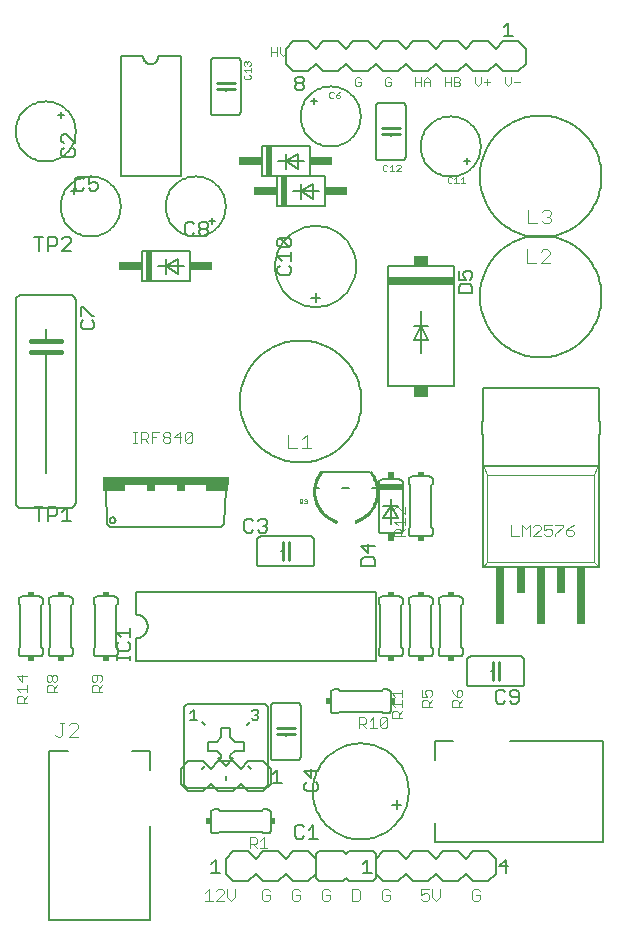
<source format=gto>
G75*
%MOIN*%
%OFA0B0*%
%FSLAX24Y24*%
%IPPOS*%
%LPD*%
%AMOC8*
5,1,8,0,0,1.08239X$1,22.5*
%
%ADD10C,0.0030*%
%ADD11C,0.0060*%
%ADD12C,0.0050*%
%ADD13C,0.0040*%
%ADD14R,0.0150X0.0200*%
%ADD15R,0.0200X0.0150*%
%ADD16R,0.0800X0.0200*%
%ADD17R,0.0200X0.0250*%
%ADD18C,0.0008*%
%ADD19C,0.0080*%
%ADD20C,0.0020*%
%ADD21R,0.4200X0.0300*%
%ADD22R,0.0750X0.0200*%
%ADD23R,0.0300X0.0200*%
%ADD24R,0.0200X0.1000*%
%ADD25R,0.0750X0.0300*%
%ADD26C,0.0160*%
%ADD27R,0.0315X0.1890*%
%ADD28R,0.0315X0.0866*%
%ADD29R,0.2200X0.0300*%
%ADD30R,0.0500X0.0350*%
%ADD31C,0.0100*%
D10*
X006995Y001545D02*
X007242Y001545D01*
X007363Y001545D02*
X007610Y001792D01*
X007610Y001854D01*
X007548Y001915D01*
X007425Y001915D01*
X007363Y001854D01*
X007363Y001545D02*
X007610Y001545D01*
X007732Y001668D02*
X007855Y001545D01*
X007979Y001668D01*
X007979Y001915D01*
X007732Y001915D02*
X007732Y001668D01*
X007118Y001545D02*
X007118Y001915D01*
X006995Y001792D01*
X008895Y001854D02*
X008895Y001607D01*
X008957Y001545D01*
X009080Y001545D01*
X009142Y001607D01*
X009142Y001730D01*
X009018Y001730D01*
X008895Y001854D02*
X008957Y001915D01*
X009080Y001915D01*
X009142Y001854D01*
X009895Y001854D02*
X009895Y001607D01*
X009957Y001545D01*
X010080Y001545D01*
X010142Y001607D01*
X010142Y001730D01*
X010018Y001730D01*
X009895Y001854D02*
X009957Y001915D01*
X010080Y001915D01*
X010142Y001854D01*
X010895Y001854D02*
X010895Y001607D01*
X010957Y001545D01*
X011080Y001545D01*
X011142Y001607D01*
X011142Y001730D01*
X011018Y001730D01*
X010895Y001854D02*
X010957Y001915D01*
X011080Y001915D01*
X011142Y001854D01*
X011895Y001915D02*
X011895Y001545D01*
X012080Y001545D01*
X012142Y001607D01*
X012142Y001854D01*
X012080Y001915D01*
X011895Y001915D01*
X012895Y001854D02*
X012895Y001607D01*
X012957Y001545D01*
X013080Y001545D01*
X013142Y001607D01*
X013142Y001730D01*
X013018Y001730D01*
X012895Y001854D02*
X012957Y001915D01*
X013080Y001915D01*
X013142Y001854D01*
X014195Y001915D02*
X014195Y001730D01*
X014318Y001792D01*
X014380Y001792D01*
X014442Y001730D01*
X014442Y001607D01*
X014380Y001545D01*
X014257Y001545D01*
X014195Y001607D01*
X014195Y001915D02*
X014442Y001915D01*
X014563Y001915D02*
X014563Y001668D01*
X014687Y001545D01*
X014810Y001668D01*
X014810Y001915D01*
X015895Y001854D02*
X015895Y001607D01*
X015957Y001545D01*
X016080Y001545D01*
X016142Y001607D01*
X016142Y001730D01*
X016018Y001730D01*
X015895Y001854D02*
X015957Y001915D01*
X016080Y001915D01*
X016142Y001854D01*
X017195Y013695D02*
X017442Y013695D01*
X017563Y013695D02*
X017563Y014065D01*
X017687Y013942D01*
X017810Y014065D01*
X017810Y013695D01*
X017932Y013695D02*
X018179Y013942D01*
X018179Y014004D01*
X018117Y014065D01*
X017993Y014065D01*
X017932Y014004D01*
X017932Y013695D02*
X018179Y013695D01*
X018300Y013757D02*
X018362Y013695D01*
X018485Y013695D01*
X018547Y013757D01*
X018547Y013880D01*
X018485Y013942D01*
X018423Y013942D01*
X018300Y013880D01*
X018300Y014065D01*
X018547Y014065D01*
X018668Y014065D02*
X018915Y014065D01*
X018915Y014004D01*
X018668Y013757D01*
X018668Y013695D01*
X019037Y013757D02*
X019098Y013695D01*
X019222Y013695D01*
X019283Y013757D01*
X019283Y013818D01*
X019222Y013880D01*
X019037Y013880D01*
X019037Y013757D01*
X019037Y013880D02*
X019160Y014004D01*
X019283Y014065D01*
X017195Y014065D02*
X017195Y013695D01*
X017092Y028695D02*
X017188Y028792D01*
X017188Y028985D01*
X017290Y028840D02*
X017483Y028840D01*
X017092Y028695D02*
X016995Y028792D01*
X016995Y028985D01*
X016483Y028840D02*
X016290Y028840D01*
X016188Y028792D02*
X016188Y028985D01*
X015995Y028985D02*
X015995Y028792D01*
X016092Y028695D01*
X016188Y028792D01*
X016386Y028743D02*
X016386Y028937D01*
X015483Y028937D02*
X015483Y028888D01*
X015435Y028840D01*
X015290Y028840D01*
X015188Y028840D02*
X014995Y028840D01*
X014995Y028695D02*
X014995Y028985D01*
X015188Y028985D02*
X015188Y028695D01*
X015290Y028695D02*
X015435Y028695D01*
X015483Y028743D01*
X015483Y028792D01*
X015435Y028840D01*
X015483Y028937D02*
X015435Y028985D01*
X015290Y028985D01*
X015290Y028695D01*
X014483Y028695D02*
X014483Y028888D01*
X014386Y028985D01*
X014290Y028888D01*
X014290Y028695D01*
X014188Y028695D02*
X014188Y028985D01*
X014188Y028840D02*
X013995Y028840D01*
X013995Y028695D02*
X013995Y028985D01*
X014290Y028840D02*
X014483Y028840D01*
X013188Y028840D02*
X013092Y028840D01*
X013188Y028840D02*
X013188Y028743D01*
X013140Y028695D01*
X013043Y028695D01*
X012995Y028743D01*
X012995Y028937D01*
X013043Y028985D01*
X013140Y028985D01*
X013188Y028937D01*
X012188Y028937D02*
X012140Y028985D01*
X012043Y028985D01*
X011995Y028937D01*
X011995Y028743D01*
X012043Y028695D01*
X012140Y028695D01*
X012188Y028743D01*
X012188Y028840D01*
X012092Y028840D01*
X009683Y029792D02*
X009683Y029985D01*
X009683Y029792D02*
X009586Y029695D01*
X009490Y029792D01*
X009490Y029985D01*
X009388Y029985D02*
X009388Y029695D01*
X009388Y029840D02*
X009195Y029840D01*
X009195Y029695D02*
X009195Y029985D01*
X006512Y017165D02*
X006574Y017104D01*
X006327Y016857D01*
X006388Y016795D01*
X006512Y016795D01*
X006574Y016857D01*
X006574Y017104D01*
X006512Y017165D02*
X006388Y017165D01*
X006327Y017104D01*
X006327Y016857D01*
X006205Y016980D02*
X005958Y016980D01*
X006144Y017165D01*
X006144Y016795D01*
X005837Y016857D02*
X005775Y016795D01*
X005652Y016795D01*
X005590Y016857D01*
X005590Y016918D01*
X005652Y016980D01*
X005775Y016980D01*
X005837Y016918D01*
X005837Y016857D01*
X005775Y016980D02*
X005837Y017042D01*
X005837Y017104D01*
X005775Y017165D01*
X005652Y017165D01*
X005590Y017104D01*
X005590Y017042D01*
X005652Y016980D01*
X005469Y017165D02*
X005222Y017165D01*
X005222Y016795D01*
X005100Y016795D02*
X004977Y016918D01*
X005039Y016918D02*
X004853Y016918D01*
X004853Y016795D02*
X004853Y017165D01*
X005039Y017165D01*
X005100Y017104D01*
X005100Y016980D01*
X005039Y016918D01*
X005222Y016980D02*
X005345Y016980D01*
X004731Y016795D02*
X004608Y016795D01*
X004670Y016795D02*
X004670Y017165D01*
X004731Y017165D02*
X004608Y017165D01*
D11*
X003680Y015230D02*
X003730Y014080D01*
X003830Y013980D01*
X007530Y013980D01*
X007630Y014080D01*
X007680Y015230D01*
X008730Y013580D02*
X008730Y012780D01*
X008732Y012763D01*
X008736Y012746D01*
X008743Y012730D01*
X008753Y012716D01*
X008766Y012703D01*
X008780Y012693D01*
X008796Y012686D01*
X008813Y012682D01*
X008830Y012680D01*
X010530Y012680D01*
X010547Y012682D01*
X010564Y012686D01*
X010580Y012693D01*
X010594Y012703D01*
X010607Y012716D01*
X010617Y012730D01*
X010624Y012746D01*
X010628Y012763D01*
X010630Y012780D01*
X010630Y013580D01*
X010628Y013597D01*
X010624Y013614D01*
X010617Y013630D01*
X010607Y013644D01*
X010594Y013657D01*
X010580Y013667D01*
X010564Y013674D01*
X010547Y013678D01*
X010530Y013680D01*
X008830Y013680D01*
X008813Y013678D01*
X008796Y013674D01*
X008780Y013667D01*
X008766Y013657D01*
X008753Y013644D01*
X008743Y013630D01*
X008736Y013614D01*
X008732Y013597D01*
X008730Y013580D01*
X009530Y013180D02*
X009580Y013180D01*
X009780Y013180D02*
X009830Y013180D01*
X012780Y013880D02*
X012780Y015480D01*
X012782Y015497D01*
X012786Y015514D01*
X012793Y015530D01*
X012803Y015544D01*
X012816Y015557D01*
X012830Y015567D01*
X012846Y015574D01*
X012863Y015578D01*
X012880Y015580D01*
X013480Y015580D01*
X013497Y015578D01*
X013514Y015574D01*
X013530Y015567D01*
X013544Y015557D01*
X013557Y015544D01*
X013567Y015530D01*
X013574Y015514D01*
X013578Y015497D01*
X013580Y015480D01*
X013580Y013880D01*
X013578Y013863D01*
X013574Y013846D01*
X013567Y013830D01*
X013557Y013816D01*
X013544Y013803D01*
X013530Y013793D01*
X013514Y013786D01*
X013497Y013782D01*
X013480Y013780D01*
X012880Y013780D01*
X012863Y013782D01*
X012846Y013786D01*
X012830Y013793D01*
X012816Y013803D01*
X012803Y013816D01*
X012793Y013830D01*
X012786Y013846D01*
X012782Y013863D01*
X012780Y013880D01*
X012930Y014280D02*
X013180Y014680D01*
X012930Y014680D01*
X013180Y014680D02*
X013430Y014680D01*
X013180Y014680D02*
X013430Y014280D01*
X012930Y014280D01*
X013180Y014080D02*
X013180Y014680D01*
X013180Y014930D01*
X013780Y015430D02*
X013780Y015580D01*
X013782Y015597D01*
X013786Y015614D01*
X013793Y015630D01*
X013803Y015644D01*
X013816Y015657D01*
X013830Y015667D01*
X013846Y015674D01*
X013863Y015678D01*
X013880Y015680D01*
X014480Y015680D01*
X014497Y015678D01*
X014514Y015674D01*
X014530Y015667D01*
X014544Y015657D01*
X014557Y015644D01*
X014567Y015630D01*
X014574Y015614D01*
X014578Y015597D01*
X014580Y015580D01*
X014580Y015430D01*
X014530Y015380D01*
X014530Y013980D01*
X014580Y013930D01*
X014580Y013780D01*
X014578Y013763D01*
X014574Y013746D01*
X014567Y013730D01*
X014557Y013716D01*
X014544Y013703D01*
X014530Y013693D01*
X014514Y013686D01*
X014497Y013682D01*
X014480Y013680D01*
X013880Y013680D01*
X013863Y013682D01*
X013846Y013686D01*
X013830Y013693D01*
X013816Y013703D01*
X013803Y013716D01*
X013793Y013730D01*
X013786Y013746D01*
X013782Y013763D01*
X013780Y013780D01*
X013780Y013930D01*
X013830Y013980D01*
X013830Y015380D01*
X013780Y015430D01*
X013080Y018680D02*
X013080Y022680D01*
X015280Y022680D01*
X015280Y018680D01*
X013080Y018680D01*
X013950Y020230D02*
X014180Y020680D01*
X013950Y020680D01*
X014180Y020680D02*
X014180Y019780D01*
X014410Y020230D02*
X013950Y020230D01*
X014410Y020230D02*
X014180Y020680D01*
X014410Y020680D01*
X014180Y020680D02*
X014180Y021180D01*
X015730Y026080D02*
X015730Y026180D01*
X015630Y026180D01*
X015730Y026180D02*
X015730Y026280D01*
X015730Y026180D02*
X015830Y026180D01*
X014180Y026680D02*
X014182Y026743D01*
X014188Y026805D01*
X014198Y026867D01*
X014211Y026929D01*
X014229Y026989D01*
X014250Y027048D01*
X014275Y027106D01*
X014304Y027162D01*
X014336Y027216D01*
X014371Y027268D01*
X014409Y027317D01*
X014451Y027365D01*
X014495Y027409D01*
X014543Y027451D01*
X014592Y027489D01*
X014644Y027524D01*
X014698Y027556D01*
X014754Y027585D01*
X014812Y027610D01*
X014871Y027631D01*
X014931Y027649D01*
X014993Y027662D01*
X015055Y027672D01*
X015117Y027678D01*
X015180Y027680D01*
X015243Y027678D01*
X015305Y027672D01*
X015367Y027662D01*
X015429Y027649D01*
X015489Y027631D01*
X015548Y027610D01*
X015606Y027585D01*
X015662Y027556D01*
X015716Y027524D01*
X015768Y027489D01*
X015817Y027451D01*
X015865Y027409D01*
X015909Y027365D01*
X015951Y027317D01*
X015989Y027268D01*
X016024Y027216D01*
X016056Y027162D01*
X016085Y027106D01*
X016110Y027048D01*
X016131Y026989D01*
X016149Y026929D01*
X016162Y026867D01*
X016172Y026805D01*
X016178Y026743D01*
X016180Y026680D01*
X016178Y026617D01*
X016172Y026555D01*
X016162Y026493D01*
X016149Y026431D01*
X016131Y026371D01*
X016110Y026312D01*
X016085Y026254D01*
X016056Y026198D01*
X016024Y026144D01*
X015989Y026092D01*
X015951Y026043D01*
X015909Y025995D01*
X015865Y025951D01*
X015817Y025909D01*
X015768Y025871D01*
X015716Y025836D01*
X015662Y025804D01*
X015606Y025775D01*
X015548Y025750D01*
X015489Y025729D01*
X015429Y025711D01*
X015367Y025698D01*
X015305Y025688D01*
X015243Y025682D01*
X015180Y025680D01*
X015117Y025682D01*
X015055Y025688D01*
X014993Y025698D01*
X014931Y025711D01*
X014871Y025729D01*
X014812Y025750D01*
X014754Y025775D01*
X014698Y025804D01*
X014644Y025836D01*
X014592Y025871D01*
X014543Y025909D01*
X014495Y025951D01*
X014451Y025995D01*
X014409Y026043D01*
X014371Y026092D01*
X014336Y026144D01*
X014304Y026198D01*
X014275Y026254D01*
X014250Y026312D01*
X014229Y026371D01*
X014211Y026431D01*
X014198Y026493D01*
X014188Y026555D01*
X014182Y026617D01*
X014180Y026680D01*
X013680Y026330D02*
X013680Y028030D01*
X013678Y028047D01*
X013674Y028064D01*
X013667Y028080D01*
X013657Y028094D01*
X013644Y028107D01*
X013630Y028117D01*
X013614Y028124D01*
X013597Y028128D01*
X013580Y028130D01*
X012780Y028130D01*
X012763Y028128D01*
X012746Y028124D01*
X012730Y028117D01*
X012716Y028107D01*
X012703Y028094D01*
X012693Y028080D01*
X012686Y028064D01*
X012682Y028047D01*
X012680Y028030D01*
X012680Y026330D01*
X012682Y026313D01*
X012686Y026296D01*
X012693Y026280D01*
X012703Y026266D01*
X012716Y026253D01*
X012730Y026243D01*
X012746Y026236D01*
X012763Y026232D01*
X012780Y026230D01*
X013580Y026230D01*
X013597Y026232D01*
X013614Y026236D01*
X013630Y026243D01*
X013644Y026253D01*
X013657Y026266D01*
X013667Y026280D01*
X013674Y026296D01*
X013678Y026313D01*
X013680Y026330D01*
X013180Y027030D02*
X013180Y027080D01*
X013180Y027280D02*
X013180Y027330D01*
X012930Y029180D02*
X012680Y029430D01*
X012430Y029180D01*
X011930Y029180D01*
X011680Y029430D01*
X011430Y029180D01*
X010930Y029180D01*
X010680Y029430D01*
X010430Y029180D01*
X009930Y029180D01*
X009680Y029430D01*
X009680Y029930D01*
X009930Y030180D01*
X010430Y030180D01*
X010680Y029930D01*
X010930Y030180D01*
X011430Y030180D01*
X011680Y029930D01*
X011930Y030180D01*
X012430Y030180D01*
X012680Y029930D01*
X012930Y030180D01*
X013430Y030180D01*
X013680Y029930D01*
X013930Y030180D01*
X014430Y030180D01*
X014680Y029930D01*
X014930Y030180D01*
X015430Y030180D01*
X015680Y029930D01*
X015930Y030180D01*
X016430Y030180D01*
X016680Y029930D01*
X016930Y030180D01*
X017430Y030180D01*
X017680Y029930D01*
X017680Y029430D01*
X017430Y029180D01*
X016930Y029180D01*
X016680Y029430D01*
X016430Y029180D01*
X015930Y029180D01*
X015680Y029430D01*
X015430Y029180D01*
X014930Y029180D01*
X014680Y029430D01*
X014430Y029180D01*
X013930Y029180D01*
X013680Y029430D01*
X013430Y029180D01*
X012930Y029180D01*
X010180Y027680D02*
X010182Y027743D01*
X010188Y027805D01*
X010198Y027867D01*
X010211Y027929D01*
X010229Y027989D01*
X010250Y028048D01*
X010275Y028106D01*
X010304Y028162D01*
X010336Y028216D01*
X010371Y028268D01*
X010409Y028317D01*
X010451Y028365D01*
X010495Y028409D01*
X010543Y028451D01*
X010592Y028489D01*
X010644Y028524D01*
X010698Y028556D01*
X010754Y028585D01*
X010812Y028610D01*
X010871Y028631D01*
X010931Y028649D01*
X010993Y028662D01*
X011055Y028672D01*
X011117Y028678D01*
X011180Y028680D01*
X011243Y028678D01*
X011305Y028672D01*
X011367Y028662D01*
X011429Y028649D01*
X011489Y028631D01*
X011548Y028610D01*
X011606Y028585D01*
X011662Y028556D01*
X011716Y028524D01*
X011768Y028489D01*
X011817Y028451D01*
X011865Y028409D01*
X011909Y028365D01*
X011951Y028317D01*
X011989Y028268D01*
X012024Y028216D01*
X012056Y028162D01*
X012085Y028106D01*
X012110Y028048D01*
X012131Y027989D01*
X012149Y027929D01*
X012162Y027867D01*
X012172Y027805D01*
X012178Y027743D01*
X012180Y027680D01*
X012178Y027617D01*
X012172Y027555D01*
X012162Y027493D01*
X012149Y027431D01*
X012131Y027371D01*
X012110Y027312D01*
X012085Y027254D01*
X012056Y027198D01*
X012024Y027144D01*
X011989Y027092D01*
X011951Y027043D01*
X011909Y026995D01*
X011865Y026951D01*
X011817Y026909D01*
X011768Y026871D01*
X011716Y026836D01*
X011662Y026804D01*
X011606Y026775D01*
X011548Y026750D01*
X011489Y026729D01*
X011429Y026711D01*
X011367Y026698D01*
X011305Y026688D01*
X011243Y026682D01*
X011180Y026680D01*
X011117Y026682D01*
X011055Y026688D01*
X010993Y026698D01*
X010931Y026711D01*
X010871Y026729D01*
X010812Y026750D01*
X010754Y026775D01*
X010698Y026804D01*
X010644Y026836D01*
X010592Y026871D01*
X010543Y026909D01*
X010495Y026951D01*
X010451Y026995D01*
X010409Y027043D01*
X010371Y027092D01*
X010336Y027144D01*
X010304Y027198D01*
X010275Y027254D01*
X010250Y027312D01*
X010229Y027371D01*
X010211Y027431D01*
X010198Y027493D01*
X010188Y027555D01*
X010182Y027617D01*
X010180Y027680D01*
X010530Y028180D02*
X010630Y028180D01*
X010630Y028280D01*
X010630Y028180D02*
X010730Y028180D01*
X010630Y028180D02*
X010630Y028080D01*
X010480Y026680D02*
X008880Y026680D01*
X008880Y025680D01*
X010480Y025680D01*
X010480Y026680D01*
X010280Y026180D02*
X009680Y026180D01*
X009680Y025930D01*
X009680Y026180D02*
X009430Y026180D01*
X009680Y026180D02*
X009680Y026430D01*
X009680Y026180D02*
X010080Y026430D01*
X010080Y025930D01*
X009680Y026180D01*
X009380Y025680D02*
X009380Y024680D01*
X010980Y024680D01*
X010980Y025680D01*
X009380Y025680D01*
X009930Y025180D02*
X010180Y025180D01*
X010180Y024930D01*
X010180Y025180D02*
X010180Y025430D01*
X010180Y025180D02*
X010580Y025430D01*
X010580Y024930D01*
X010180Y025180D01*
X010780Y025180D01*
X009330Y022680D02*
X009332Y022753D01*
X009338Y022826D01*
X009348Y022898D01*
X009362Y022970D01*
X009379Y023041D01*
X009401Y023111D01*
X009426Y023180D01*
X009455Y023247D01*
X009487Y023312D01*
X009523Y023376D01*
X009563Y023438D01*
X009605Y023497D01*
X009651Y023554D01*
X009700Y023608D01*
X009752Y023660D01*
X009806Y023709D01*
X009863Y023755D01*
X009922Y023797D01*
X009984Y023837D01*
X010048Y023873D01*
X010113Y023905D01*
X010180Y023934D01*
X010249Y023959D01*
X010319Y023981D01*
X010390Y023998D01*
X010462Y024012D01*
X010534Y024022D01*
X010607Y024028D01*
X010680Y024030D01*
X010753Y024028D01*
X010826Y024022D01*
X010898Y024012D01*
X010970Y023998D01*
X011041Y023981D01*
X011111Y023959D01*
X011180Y023934D01*
X011247Y023905D01*
X011312Y023873D01*
X011376Y023837D01*
X011438Y023797D01*
X011497Y023755D01*
X011554Y023709D01*
X011608Y023660D01*
X011660Y023608D01*
X011709Y023554D01*
X011755Y023497D01*
X011797Y023438D01*
X011837Y023376D01*
X011873Y023312D01*
X011905Y023247D01*
X011934Y023180D01*
X011959Y023111D01*
X011981Y023041D01*
X011998Y022970D01*
X012012Y022898D01*
X012022Y022826D01*
X012028Y022753D01*
X012030Y022680D01*
X012028Y022607D01*
X012022Y022534D01*
X012012Y022462D01*
X011998Y022390D01*
X011981Y022319D01*
X011959Y022249D01*
X011934Y022180D01*
X011905Y022113D01*
X011873Y022048D01*
X011837Y021984D01*
X011797Y021922D01*
X011755Y021863D01*
X011709Y021806D01*
X011660Y021752D01*
X011608Y021700D01*
X011554Y021651D01*
X011497Y021605D01*
X011438Y021563D01*
X011376Y021523D01*
X011312Y021487D01*
X011247Y021455D01*
X011180Y021426D01*
X011111Y021401D01*
X011041Y021379D01*
X010970Y021362D01*
X010898Y021348D01*
X010826Y021338D01*
X010753Y021332D01*
X010680Y021330D01*
X010607Y021332D01*
X010534Y021338D01*
X010462Y021348D01*
X010390Y021362D01*
X010319Y021379D01*
X010249Y021401D01*
X010180Y021426D01*
X010113Y021455D01*
X010048Y021487D01*
X009984Y021523D01*
X009922Y021563D01*
X009863Y021605D01*
X009806Y021651D01*
X009752Y021700D01*
X009700Y021752D01*
X009651Y021806D01*
X009605Y021863D01*
X009563Y021922D01*
X009523Y021984D01*
X009487Y022048D01*
X009455Y022113D01*
X009426Y022180D01*
X009401Y022249D01*
X009379Y022319D01*
X009362Y022390D01*
X009348Y022462D01*
X009338Y022534D01*
X009332Y022607D01*
X009330Y022680D01*
X010530Y021630D02*
X010830Y021630D01*
X010680Y021480D02*
X010680Y021780D01*
X007330Y024180D02*
X007230Y024180D01*
X007230Y024080D01*
X007230Y024180D02*
X007130Y024180D01*
X007230Y024180D02*
X007230Y024280D01*
X005680Y024680D02*
X005682Y024743D01*
X005688Y024805D01*
X005698Y024867D01*
X005711Y024929D01*
X005729Y024989D01*
X005750Y025048D01*
X005775Y025106D01*
X005804Y025162D01*
X005836Y025216D01*
X005871Y025268D01*
X005909Y025317D01*
X005951Y025365D01*
X005995Y025409D01*
X006043Y025451D01*
X006092Y025489D01*
X006144Y025524D01*
X006198Y025556D01*
X006254Y025585D01*
X006312Y025610D01*
X006371Y025631D01*
X006431Y025649D01*
X006493Y025662D01*
X006555Y025672D01*
X006617Y025678D01*
X006680Y025680D01*
X006743Y025678D01*
X006805Y025672D01*
X006867Y025662D01*
X006929Y025649D01*
X006989Y025631D01*
X007048Y025610D01*
X007106Y025585D01*
X007162Y025556D01*
X007216Y025524D01*
X007268Y025489D01*
X007317Y025451D01*
X007365Y025409D01*
X007409Y025365D01*
X007451Y025317D01*
X007489Y025268D01*
X007524Y025216D01*
X007556Y025162D01*
X007585Y025106D01*
X007610Y025048D01*
X007631Y024989D01*
X007649Y024929D01*
X007662Y024867D01*
X007672Y024805D01*
X007678Y024743D01*
X007680Y024680D01*
X007678Y024617D01*
X007672Y024555D01*
X007662Y024493D01*
X007649Y024431D01*
X007631Y024371D01*
X007610Y024312D01*
X007585Y024254D01*
X007556Y024198D01*
X007524Y024144D01*
X007489Y024092D01*
X007451Y024043D01*
X007409Y023995D01*
X007365Y023951D01*
X007317Y023909D01*
X007268Y023871D01*
X007216Y023836D01*
X007162Y023804D01*
X007106Y023775D01*
X007048Y023750D01*
X006989Y023729D01*
X006929Y023711D01*
X006867Y023698D01*
X006805Y023688D01*
X006743Y023682D01*
X006680Y023680D01*
X006617Y023682D01*
X006555Y023688D01*
X006493Y023698D01*
X006431Y023711D01*
X006371Y023729D01*
X006312Y023750D01*
X006254Y023775D01*
X006198Y023804D01*
X006144Y023836D01*
X006092Y023871D01*
X006043Y023909D01*
X005995Y023951D01*
X005951Y023995D01*
X005909Y024043D01*
X005871Y024092D01*
X005836Y024144D01*
X005804Y024198D01*
X005775Y024254D01*
X005750Y024312D01*
X005729Y024371D01*
X005711Y024431D01*
X005698Y024493D01*
X005688Y024555D01*
X005682Y024617D01*
X005680Y024680D01*
X006180Y025680D02*
X006180Y029680D01*
X005430Y029680D01*
X005428Y029650D01*
X005423Y029620D01*
X005414Y029591D01*
X005401Y029564D01*
X005386Y029538D01*
X005367Y029514D01*
X005346Y029493D01*
X005322Y029474D01*
X005296Y029459D01*
X005269Y029446D01*
X005240Y029437D01*
X005210Y029432D01*
X005180Y029430D01*
X005150Y029432D01*
X005120Y029437D01*
X005091Y029446D01*
X005064Y029459D01*
X005038Y029474D01*
X005014Y029493D01*
X004993Y029514D01*
X004974Y029538D01*
X004959Y029564D01*
X004946Y029591D01*
X004937Y029620D01*
X004932Y029650D01*
X004930Y029680D01*
X004180Y029680D01*
X004180Y025680D01*
X006180Y025680D01*
X007280Y027730D02*
X008080Y027730D01*
X008097Y027732D01*
X008114Y027736D01*
X008130Y027743D01*
X008144Y027753D01*
X008157Y027766D01*
X008167Y027780D01*
X008174Y027796D01*
X008178Y027813D01*
X008180Y027830D01*
X008180Y029530D01*
X008178Y029547D01*
X008174Y029564D01*
X008167Y029580D01*
X008157Y029594D01*
X008144Y029607D01*
X008130Y029617D01*
X008114Y029624D01*
X008097Y029628D01*
X008080Y029630D01*
X007280Y029630D01*
X007263Y029628D01*
X007246Y029624D01*
X007230Y029617D01*
X007216Y029607D01*
X007203Y029594D01*
X007193Y029580D01*
X007186Y029564D01*
X007182Y029547D01*
X007180Y029530D01*
X007180Y027830D01*
X007182Y027813D01*
X007186Y027796D01*
X007193Y027780D01*
X007203Y027766D01*
X007216Y027753D01*
X007230Y027743D01*
X007246Y027736D01*
X007263Y027732D01*
X007280Y027730D01*
X007680Y028530D02*
X007680Y028580D01*
X007680Y028780D02*
X007680Y028830D01*
X006480Y023180D02*
X004880Y023180D01*
X004880Y022180D01*
X006480Y022180D01*
X006480Y023180D01*
X006080Y022930D02*
X006080Y022430D01*
X005680Y022680D01*
X005680Y022430D01*
X005680Y022680D02*
X005680Y022930D01*
X005680Y022680D02*
X005430Y022680D01*
X005680Y022680D02*
X006080Y022930D01*
X006280Y022680D02*
X005680Y022680D01*
X002180Y024680D02*
X002182Y024743D01*
X002188Y024805D01*
X002198Y024867D01*
X002211Y024929D01*
X002229Y024989D01*
X002250Y025048D01*
X002275Y025106D01*
X002304Y025162D01*
X002336Y025216D01*
X002371Y025268D01*
X002409Y025317D01*
X002451Y025365D01*
X002495Y025409D01*
X002543Y025451D01*
X002592Y025489D01*
X002644Y025524D01*
X002698Y025556D01*
X002754Y025585D01*
X002812Y025610D01*
X002871Y025631D01*
X002931Y025649D01*
X002993Y025662D01*
X003055Y025672D01*
X003117Y025678D01*
X003180Y025680D01*
X003243Y025678D01*
X003305Y025672D01*
X003367Y025662D01*
X003429Y025649D01*
X003489Y025631D01*
X003548Y025610D01*
X003606Y025585D01*
X003662Y025556D01*
X003716Y025524D01*
X003768Y025489D01*
X003817Y025451D01*
X003865Y025409D01*
X003909Y025365D01*
X003951Y025317D01*
X003989Y025268D01*
X004024Y025216D01*
X004056Y025162D01*
X004085Y025106D01*
X004110Y025048D01*
X004131Y024989D01*
X004149Y024929D01*
X004162Y024867D01*
X004172Y024805D01*
X004178Y024743D01*
X004180Y024680D01*
X004178Y024617D01*
X004172Y024555D01*
X004162Y024493D01*
X004149Y024431D01*
X004131Y024371D01*
X004110Y024312D01*
X004085Y024254D01*
X004056Y024198D01*
X004024Y024144D01*
X003989Y024092D01*
X003951Y024043D01*
X003909Y023995D01*
X003865Y023951D01*
X003817Y023909D01*
X003768Y023871D01*
X003716Y023836D01*
X003662Y023804D01*
X003606Y023775D01*
X003548Y023750D01*
X003489Y023729D01*
X003429Y023711D01*
X003367Y023698D01*
X003305Y023688D01*
X003243Y023682D01*
X003180Y023680D01*
X003117Y023682D01*
X003055Y023688D01*
X002993Y023698D01*
X002931Y023711D01*
X002871Y023729D01*
X002812Y023750D01*
X002754Y023775D01*
X002698Y023804D01*
X002644Y023836D01*
X002592Y023871D01*
X002543Y023909D01*
X002495Y023951D01*
X002451Y023995D01*
X002409Y024043D01*
X002371Y024092D01*
X002336Y024144D01*
X002304Y024198D01*
X002275Y024254D01*
X002250Y024312D01*
X002229Y024371D01*
X002211Y024431D01*
X002198Y024493D01*
X002188Y024555D01*
X002182Y024617D01*
X002180Y024680D01*
X002630Y025080D02*
X002630Y025180D01*
X002630Y025280D01*
X002630Y025180D02*
X002730Y025180D01*
X002630Y025180D02*
X002530Y025180D01*
X000680Y027180D02*
X000682Y027243D01*
X000688Y027305D01*
X000698Y027367D01*
X000711Y027429D01*
X000729Y027489D01*
X000750Y027548D01*
X000775Y027606D01*
X000804Y027662D01*
X000836Y027716D01*
X000871Y027768D01*
X000909Y027817D01*
X000951Y027865D01*
X000995Y027909D01*
X001043Y027951D01*
X001092Y027989D01*
X001144Y028024D01*
X001198Y028056D01*
X001254Y028085D01*
X001312Y028110D01*
X001371Y028131D01*
X001431Y028149D01*
X001493Y028162D01*
X001555Y028172D01*
X001617Y028178D01*
X001680Y028180D01*
X001743Y028178D01*
X001805Y028172D01*
X001867Y028162D01*
X001929Y028149D01*
X001989Y028131D01*
X002048Y028110D01*
X002106Y028085D01*
X002162Y028056D01*
X002216Y028024D01*
X002268Y027989D01*
X002317Y027951D01*
X002365Y027909D01*
X002409Y027865D01*
X002451Y027817D01*
X002489Y027768D01*
X002524Y027716D01*
X002556Y027662D01*
X002585Y027606D01*
X002610Y027548D01*
X002631Y027489D01*
X002649Y027429D01*
X002662Y027367D01*
X002672Y027305D01*
X002678Y027243D01*
X002680Y027180D01*
X002678Y027117D01*
X002672Y027055D01*
X002662Y026993D01*
X002649Y026931D01*
X002631Y026871D01*
X002610Y026812D01*
X002585Y026754D01*
X002556Y026698D01*
X002524Y026644D01*
X002489Y026592D01*
X002451Y026543D01*
X002409Y026495D01*
X002365Y026451D01*
X002317Y026409D01*
X002268Y026371D01*
X002216Y026336D01*
X002162Y026304D01*
X002106Y026275D01*
X002048Y026250D01*
X001989Y026229D01*
X001929Y026211D01*
X001867Y026198D01*
X001805Y026188D01*
X001743Y026182D01*
X001680Y026180D01*
X001617Y026182D01*
X001555Y026188D01*
X001493Y026198D01*
X001431Y026211D01*
X001371Y026229D01*
X001312Y026250D01*
X001254Y026275D01*
X001198Y026304D01*
X001144Y026336D01*
X001092Y026371D01*
X001043Y026409D01*
X000995Y026451D01*
X000951Y026495D01*
X000909Y026543D01*
X000871Y026592D01*
X000836Y026644D01*
X000804Y026698D01*
X000775Y026754D01*
X000750Y026812D01*
X000729Y026871D01*
X000711Y026931D01*
X000698Y026993D01*
X000688Y027055D01*
X000682Y027117D01*
X000680Y027180D01*
X002080Y027730D02*
X002180Y027730D01*
X002280Y027730D01*
X002180Y027730D02*
X002180Y027630D01*
X002180Y027730D02*
X002180Y027830D01*
X002480Y021730D02*
X000880Y021730D01*
X000854Y021728D01*
X000828Y021723D01*
X000803Y021715D01*
X000780Y021703D01*
X000758Y021689D01*
X000739Y021671D01*
X000721Y021652D01*
X000707Y021630D01*
X000695Y021607D01*
X000687Y021582D01*
X000682Y021556D01*
X000680Y021530D01*
X000680Y014830D01*
X000682Y014804D01*
X000687Y014778D01*
X000695Y014753D01*
X000707Y014730D01*
X000721Y014708D01*
X000739Y014689D01*
X000758Y014671D01*
X000780Y014657D01*
X000803Y014645D01*
X000828Y014637D01*
X000854Y014632D01*
X000880Y014630D01*
X002480Y014630D01*
X002506Y014632D01*
X002532Y014637D01*
X002557Y014645D01*
X002580Y014657D01*
X002602Y014671D01*
X002621Y014689D01*
X002639Y014708D01*
X002653Y014730D01*
X002665Y014753D01*
X002673Y014778D01*
X002678Y014804D01*
X002680Y014830D01*
X002680Y021530D01*
X002678Y021556D01*
X002673Y021582D01*
X002665Y021607D01*
X002653Y021630D01*
X002639Y021652D01*
X002621Y021671D01*
X002602Y021689D01*
X002580Y021703D01*
X002557Y021715D01*
X002532Y021723D01*
X002506Y021728D01*
X002480Y021730D01*
X001680Y020580D02*
X001680Y020180D01*
X001680Y019830D02*
X001680Y015780D01*
X003810Y014220D02*
X003812Y014240D01*
X003818Y014258D01*
X003827Y014276D01*
X003839Y014291D01*
X003854Y014303D01*
X003872Y014312D01*
X003890Y014318D01*
X003910Y014320D01*
X003930Y014318D01*
X003948Y014312D01*
X003966Y014303D01*
X003981Y014291D01*
X003993Y014276D01*
X004002Y014258D01*
X004008Y014240D01*
X004010Y014220D01*
X004008Y014200D01*
X004002Y014182D01*
X003993Y014164D01*
X003981Y014149D01*
X003966Y014137D01*
X003948Y014128D01*
X003930Y014122D01*
X003910Y014120D01*
X003890Y014122D01*
X003872Y014128D01*
X003854Y014137D01*
X003839Y014149D01*
X003827Y014164D01*
X003818Y014182D01*
X003812Y014200D01*
X003810Y014220D01*
X004680Y011830D02*
X004680Y011080D01*
X004719Y011078D01*
X004758Y011072D01*
X004796Y011063D01*
X004833Y011050D01*
X004869Y011033D01*
X004902Y011013D01*
X004934Y010989D01*
X004963Y010963D01*
X004989Y010934D01*
X005013Y010902D01*
X005033Y010869D01*
X005050Y010833D01*
X005063Y010796D01*
X005072Y010758D01*
X005078Y010719D01*
X005080Y010680D01*
X005078Y010641D01*
X005072Y010602D01*
X005063Y010564D01*
X005050Y010527D01*
X005033Y010491D01*
X005013Y010458D01*
X004989Y010426D01*
X004963Y010397D01*
X004934Y010371D01*
X004902Y010347D01*
X004869Y010327D01*
X004833Y010310D01*
X004796Y010297D01*
X004758Y010288D01*
X004719Y010282D01*
X004680Y010280D01*
X004680Y009530D01*
X012680Y009530D01*
X012680Y011830D01*
X004680Y011830D01*
X004080Y011580D02*
X004080Y011430D01*
X004030Y011380D01*
X004030Y009980D01*
X004080Y009930D01*
X004080Y009780D01*
X004078Y009763D01*
X004074Y009746D01*
X004067Y009730D01*
X004057Y009716D01*
X004044Y009703D01*
X004030Y009693D01*
X004014Y009686D01*
X003997Y009682D01*
X003980Y009680D01*
X003380Y009680D01*
X003363Y009682D01*
X003346Y009686D01*
X003330Y009693D01*
X003316Y009703D01*
X003303Y009716D01*
X003293Y009730D01*
X003286Y009746D01*
X003282Y009763D01*
X003280Y009780D01*
X003280Y009930D01*
X003330Y009980D01*
X003330Y011380D01*
X003280Y011430D01*
X003280Y011580D01*
X003282Y011597D01*
X003286Y011614D01*
X003293Y011630D01*
X003303Y011644D01*
X003316Y011657D01*
X003330Y011667D01*
X003346Y011674D01*
X003363Y011678D01*
X003380Y011680D01*
X003980Y011680D01*
X003997Y011678D01*
X004014Y011674D01*
X004030Y011667D01*
X004044Y011657D01*
X004057Y011644D01*
X004067Y011630D01*
X004074Y011614D01*
X004078Y011597D01*
X004080Y011580D01*
X002580Y011580D02*
X002580Y011430D01*
X002530Y011380D01*
X002530Y009980D01*
X002580Y009930D01*
X002580Y009780D01*
X002578Y009763D01*
X002574Y009746D01*
X002567Y009730D01*
X002557Y009716D01*
X002544Y009703D01*
X002530Y009693D01*
X002514Y009686D01*
X002497Y009682D01*
X002480Y009680D01*
X001880Y009680D01*
X001863Y009682D01*
X001846Y009686D01*
X001830Y009693D01*
X001816Y009703D01*
X001803Y009716D01*
X001793Y009730D01*
X001786Y009746D01*
X001782Y009763D01*
X001780Y009780D01*
X001780Y009930D01*
X001830Y009980D01*
X001830Y011380D01*
X001780Y011430D01*
X001780Y011580D01*
X001782Y011597D01*
X001786Y011614D01*
X001793Y011630D01*
X001803Y011644D01*
X001816Y011657D01*
X001830Y011667D01*
X001846Y011674D01*
X001863Y011678D01*
X001880Y011680D01*
X002480Y011680D01*
X002497Y011678D01*
X002514Y011674D01*
X002530Y011667D01*
X002544Y011657D01*
X002557Y011644D01*
X002567Y011630D01*
X002574Y011614D01*
X002578Y011597D01*
X002580Y011580D01*
X001580Y011580D02*
X001580Y011430D01*
X001530Y011380D01*
X001530Y009980D01*
X001580Y009930D01*
X001580Y009780D01*
X001578Y009763D01*
X001574Y009746D01*
X001567Y009730D01*
X001557Y009716D01*
X001544Y009703D01*
X001530Y009693D01*
X001514Y009686D01*
X001497Y009682D01*
X001480Y009680D01*
X000880Y009680D01*
X000863Y009682D01*
X000846Y009686D01*
X000830Y009693D01*
X000816Y009703D01*
X000803Y009716D01*
X000793Y009730D01*
X000786Y009746D01*
X000782Y009763D01*
X000780Y009780D01*
X000780Y009930D01*
X000830Y009980D01*
X000830Y011380D01*
X000780Y011430D01*
X000780Y011580D01*
X000782Y011597D01*
X000786Y011614D01*
X000793Y011630D01*
X000803Y011644D01*
X000816Y011657D01*
X000830Y011667D01*
X000846Y011674D01*
X000863Y011678D01*
X000880Y011680D01*
X001480Y011680D01*
X001497Y011678D01*
X001514Y011674D01*
X001530Y011667D01*
X001544Y011657D01*
X001557Y011644D01*
X001567Y011630D01*
X001574Y011614D01*
X001578Y011597D01*
X001580Y011580D01*
X006280Y007980D02*
X006280Y005380D01*
X006380Y005280D01*
X008980Y005280D01*
X009080Y005380D01*
X009080Y007980D01*
X008980Y008080D01*
X006380Y008080D01*
X006280Y007980D01*
X006880Y007480D02*
X006980Y007380D01*
X007080Y006830D02*
X007080Y006530D01*
X007380Y006530D01*
X007530Y006380D01*
X007530Y006280D01*
X007430Y006280D01*
X007680Y006030D01*
X007930Y006280D01*
X007830Y006280D01*
X007830Y006380D01*
X007980Y006530D01*
X008280Y006530D01*
X008280Y006830D01*
X007980Y006830D01*
X007830Y006980D01*
X007830Y007280D01*
X007530Y007280D01*
X007530Y006980D01*
X007380Y006830D01*
X007080Y006830D01*
X006930Y006180D02*
X007180Y005930D01*
X007430Y006180D01*
X007930Y006180D01*
X008180Y005930D01*
X008430Y006180D01*
X008930Y006180D01*
X009180Y005930D01*
X009180Y005430D01*
X008930Y005180D01*
X008430Y005180D01*
X008180Y005430D01*
X007930Y005180D01*
X007430Y005180D01*
X007180Y005430D01*
X006930Y005180D01*
X006430Y005180D01*
X006180Y005430D01*
X006180Y005930D01*
X006430Y006180D01*
X006930Y006180D01*
X006980Y006030D02*
X006880Y005930D01*
X007680Y005710D02*
X007680Y005560D01*
X007430Y004580D02*
X007280Y004580D01*
X007263Y004578D01*
X007246Y004574D01*
X007230Y004567D01*
X007216Y004557D01*
X007203Y004544D01*
X007193Y004530D01*
X007186Y004514D01*
X007182Y004497D01*
X007180Y004480D01*
X007180Y003880D01*
X007182Y003863D01*
X007186Y003846D01*
X007193Y003830D01*
X007203Y003816D01*
X007216Y003803D01*
X007230Y003793D01*
X007246Y003786D01*
X007263Y003782D01*
X007280Y003780D01*
X007430Y003780D01*
X007480Y003830D01*
X008880Y003830D01*
X008930Y003780D01*
X009080Y003780D01*
X009097Y003782D01*
X009114Y003786D01*
X009130Y003793D01*
X009144Y003803D01*
X009157Y003816D01*
X009167Y003830D01*
X009174Y003846D01*
X009178Y003863D01*
X009180Y003880D01*
X009180Y004480D01*
X009178Y004497D01*
X009174Y004514D01*
X009167Y004530D01*
X009157Y004544D01*
X009144Y004557D01*
X009130Y004567D01*
X009114Y004574D01*
X009097Y004578D01*
X009080Y004580D01*
X008930Y004580D01*
X008880Y004530D01*
X007480Y004530D01*
X007430Y004580D01*
X007930Y003180D02*
X007680Y002930D01*
X007680Y002430D01*
X007930Y002180D01*
X008430Y002180D01*
X008680Y002430D01*
X008930Y002180D01*
X009430Y002180D01*
X009680Y002430D01*
X009930Y002180D01*
X010430Y002180D01*
X010680Y002430D01*
X010680Y002930D01*
X010430Y003180D01*
X009930Y003180D01*
X009680Y002930D01*
X009430Y003180D01*
X008930Y003180D01*
X008680Y002930D01*
X008430Y003180D01*
X007930Y003180D01*
X008530Y005930D02*
X008430Y006030D01*
X009180Y006330D02*
X009180Y008030D01*
X009182Y008047D01*
X009186Y008064D01*
X009193Y008080D01*
X009203Y008094D01*
X009216Y008107D01*
X009230Y008117D01*
X009246Y008124D01*
X009263Y008128D01*
X009280Y008130D01*
X010080Y008130D01*
X010097Y008128D01*
X010114Y008124D01*
X010130Y008117D01*
X010144Y008107D01*
X010157Y008094D01*
X010167Y008080D01*
X010174Y008064D01*
X010178Y008047D01*
X010180Y008030D01*
X010180Y006330D01*
X010178Y006313D01*
X010174Y006296D01*
X010167Y006280D01*
X010157Y006266D01*
X010144Y006253D01*
X010130Y006243D01*
X010114Y006236D01*
X010097Y006232D01*
X010080Y006230D01*
X009280Y006230D01*
X009263Y006232D01*
X009246Y006236D01*
X009230Y006243D01*
X009216Y006253D01*
X009203Y006266D01*
X009193Y006280D01*
X009186Y006296D01*
X009182Y006313D01*
X009180Y006330D01*
X009680Y007030D02*
X009680Y007080D01*
X009680Y007280D02*
X009680Y007330D01*
X008480Y007480D02*
X008380Y007380D01*
X011180Y007880D02*
X011180Y008480D01*
X011182Y008497D01*
X011186Y008514D01*
X011193Y008530D01*
X011203Y008544D01*
X011216Y008557D01*
X011230Y008567D01*
X011246Y008574D01*
X011263Y008578D01*
X011280Y008580D01*
X011430Y008580D01*
X011480Y008530D01*
X012880Y008530D01*
X012930Y008580D01*
X013080Y008580D01*
X013097Y008578D01*
X013114Y008574D01*
X013130Y008567D01*
X013144Y008557D01*
X013157Y008544D01*
X013167Y008530D01*
X013174Y008514D01*
X013178Y008497D01*
X013180Y008480D01*
X013180Y007880D01*
X013178Y007863D01*
X013174Y007846D01*
X013167Y007830D01*
X013157Y007816D01*
X013144Y007803D01*
X013130Y007793D01*
X013114Y007786D01*
X013097Y007782D01*
X013080Y007780D01*
X012930Y007780D01*
X012880Y007830D01*
X011480Y007830D01*
X011430Y007780D01*
X011280Y007780D01*
X011263Y007782D01*
X011246Y007786D01*
X011230Y007793D01*
X011216Y007803D01*
X011203Y007816D01*
X011193Y007830D01*
X011186Y007846D01*
X011182Y007863D01*
X011180Y007880D01*
X012780Y009780D02*
X012780Y009930D01*
X012830Y009980D01*
X012830Y011380D01*
X012780Y011430D01*
X012780Y011580D01*
X012782Y011597D01*
X012786Y011614D01*
X012793Y011630D01*
X012803Y011644D01*
X012816Y011657D01*
X012830Y011667D01*
X012846Y011674D01*
X012863Y011678D01*
X012880Y011680D01*
X013480Y011680D01*
X013497Y011678D01*
X013514Y011674D01*
X013530Y011667D01*
X013544Y011657D01*
X013557Y011644D01*
X013567Y011630D01*
X013574Y011614D01*
X013578Y011597D01*
X013580Y011580D01*
X013580Y011430D01*
X013530Y011380D01*
X013530Y009980D01*
X013580Y009930D01*
X013580Y009780D01*
X013578Y009763D01*
X013574Y009746D01*
X013567Y009730D01*
X013557Y009716D01*
X013544Y009703D01*
X013530Y009693D01*
X013514Y009686D01*
X013497Y009682D01*
X013480Y009680D01*
X012880Y009680D01*
X012863Y009682D01*
X012846Y009686D01*
X012830Y009693D01*
X012816Y009703D01*
X012803Y009716D01*
X012793Y009730D01*
X012786Y009746D01*
X012782Y009763D01*
X012780Y009780D01*
X013780Y009780D02*
X013780Y009930D01*
X013830Y009980D01*
X013830Y011380D01*
X013780Y011430D01*
X013780Y011580D01*
X013782Y011597D01*
X013786Y011614D01*
X013793Y011630D01*
X013803Y011644D01*
X013816Y011657D01*
X013830Y011667D01*
X013846Y011674D01*
X013863Y011678D01*
X013880Y011680D01*
X014480Y011680D01*
X014497Y011678D01*
X014514Y011674D01*
X014530Y011667D01*
X014544Y011657D01*
X014557Y011644D01*
X014567Y011630D01*
X014574Y011614D01*
X014578Y011597D01*
X014580Y011580D01*
X014580Y011430D01*
X014530Y011380D01*
X014530Y009980D01*
X014580Y009930D01*
X014580Y009780D01*
X014578Y009763D01*
X014574Y009746D01*
X014567Y009730D01*
X014557Y009716D01*
X014544Y009703D01*
X014530Y009693D01*
X014514Y009686D01*
X014497Y009682D01*
X014480Y009680D01*
X013880Y009680D01*
X013863Y009682D01*
X013846Y009686D01*
X013830Y009693D01*
X013816Y009703D01*
X013803Y009716D01*
X013793Y009730D01*
X013786Y009746D01*
X013782Y009763D01*
X013780Y009780D01*
X014780Y009780D02*
X014780Y009930D01*
X014830Y009980D01*
X014830Y011380D01*
X014780Y011430D01*
X014780Y011580D01*
X014782Y011597D01*
X014786Y011614D01*
X014793Y011630D01*
X014803Y011644D01*
X014816Y011657D01*
X014830Y011667D01*
X014846Y011674D01*
X014863Y011678D01*
X014880Y011680D01*
X015480Y011680D01*
X015497Y011678D01*
X015514Y011674D01*
X015530Y011667D01*
X015544Y011657D01*
X015557Y011644D01*
X015567Y011630D01*
X015574Y011614D01*
X015578Y011597D01*
X015580Y011580D01*
X015580Y011430D01*
X015530Y011380D01*
X015530Y009980D01*
X015580Y009930D01*
X015580Y009780D01*
X015578Y009763D01*
X015574Y009746D01*
X015567Y009730D01*
X015557Y009716D01*
X015544Y009703D01*
X015530Y009693D01*
X015514Y009686D01*
X015497Y009682D01*
X015480Y009680D01*
X014880Y009680D01*
X014863Y009682D01*
X014846Y009686D01*
X014830Y009693D01*
X014816Y009703D01*
X014803Y009716D01*
X014793Y009730D01*
X014786Y009746D01*
X014782Y009763D01*
X014780Y009780D01*
X015730Y009580D02*
X015730Y008780D01*
X015732Y008763D01*
X015736Y008746D01*
X015743Y008730D01*
X015753Y008716D01*
X015766Y008703D01*
X015780Y008693D01*
X015796Y008686D01*
X015813Y008682D01*
X015830Y008680D01*
X017530Y008680D01*
X017547Y008682D01*
X017564Y008686D01*
X017580Y008693D01*
X017594Y008703D01*
X017607Y008716D01*
X017617Y008730D01*
X017624Y008746D01*
X017628Y008763D01*
X017630Y008780D01*
X017630Y009580D01*
X017628Y009597D01*
X017624Y009614D01*
X017617Y009630D01*
X017607Y009644D01*
X017594Y009657D01*
X017580Y009667D01*
X017564Y009674D01*
X017547Y009678D01*
X017530Y009680D01*
X015830Y009680D01*
X015813Y009678D01*
X015796Y009674D01*
X015780Y009667D01*
X015766Y009657D01*
X015753Y009644D01*
X015743Y009630D01*
X015736Y009614D01*
X015732Y009597D01*
X015730Y009580D01*
X016530Y009180D02*
X016580Y009180D01*
X016780Y009180D02*
X016830Y009180D01*
X013530Y004730D02*
X013230Y004730D01*
X013380Y004880D02*
X013380Y004580D01*
X013430Y003180D02*
X012930Y003180D01*
X012680Y002930D01*
X012680Y002430D01*
X012930Y002180D01*
X013430Y002180D01*
X013680Y002430D01*
X013930Y002180D01*
X014430Y002180D01*
X014680Y002430D01*
X014930Y002180D01*
X015430Y002180D01*
X015680Y002430D01*
X015930Y002180D01*
X016430Y002180D01*
X016680Y002430D01*
X016680Y002930D01*
X016430Y003180D01*
X015930Y003180D01*
X015680Y002930D01*
X015430Y003180D01*
X014930Y003180D01*
X014680Y002930D01*
X014430Y003180D01*
X013930Y003180D01*
X013680Y002930D01*
X013430Y003180D01*
X012680Y003080D02*
X012680Y002280D01*
X012580Y002180D01*
X011780Y002180D01*
X011680Y002280D01*
X011580Y002180D01*
X010780Y002180D01*
X010680Y002280D01*
X010680Y003080D01*
X010780Y003180D01*
X011580Y003180D01*
X011680Y003080D01*
X011780Y003180D01*
X012580Y003180D01*
X012680Y003080D01*
X010580Y005180D02*
X010582Y005260D01*
X010588Y005339D01*
X010598Y005418D01*
X010612Y005497D01*
X010629Y005575D01*
X010651Y005652D01*
X010676Y005727D01*
X010706Y005801D01*
X010738Y005874D01*
X010775Y005945D01*
X010815Y006014D01*
X010858Y006081D01*
X010905Y006146D01*
X010954Y006208D01*
X011007Y006268D01*
X011063Y006325D01*
X011121Y006380D01*
X011182Y006431D01*
X011246Y006479D01*
X011312Y006524D01*
X011380Y006566D01*
X011450Y006604D01*
X011522Y006638D01*
X011595Y006669D01*
X011670Y006697D01*
X011747Y006720D01*
X011824Y006740D01*
X011902Y006756D01*
X011981Y006768D01*
X012060Y006776D01*
X012140Y006780D01*
X012220Y006780D01*
X012300Y006776D01*
X012379Y006768D01*
X012458Y006756D01*
X012536Y006740D01*
X012613Y006720D01*
X012690Y006697D01*
X012765Y006669D01*
X012838Y006638D01*
X012910Y006604D01*
X012980Y006566D01*
X013048Y006524D01*
X013114Y006479D01*
X013178Y006431D01*
X013239Y006380D01*
X013297Y006325D01*
X013353Y006268D01*
X013406Y006208D01*
X013455Y006146D01*
X013502Y006081D01*
X013545Y006014D01*
X013585Y005945D01*
X013622Y005874D01*
X013654Y005801D01*
X013684Y005727D01*
X013709Y005652D01*
X013731Y005575D01*
X013748Y005497D01*
X013762Y005418D01*
X013772Y005339D01*
X013778Y005260D01*
X013780Y005180D01*
X013778Y005100D01*
X013772Y005021D01*
X013762Y004942D01*
X013748Y004863D01*
X013731Y004785D01*
X013709Y004708D01*
X013684Y004633D01*
X013654Y004559D01*
X013622Y004486D01*
X013585Y004415D01*
X013545Y004346D01*
X013502Y004279D01*
X013455Y004214D01*
X013406Y004152D01*
X013353Y004092D01*
X013297Y004035D01*
X013239Y003980D01*
X013178Y003929D01*
X013114Y003881D01*
X013048Y003836D01*
X012980Y003794D01*
X012910Y003756D01*
X012838Y003722D01*
X012765Y003691D01*
X012690Y003663D01*
X012613Y003640D01*
X012536Y003620D01*
X012458Y003604D01*
X012379Y003592D01*
X012300Y003584D01*
X012220Y003580D01*
X012140Y003580D01*
X012060Y003584D01*
X011981Y003592D01*
X011902Y003604D01*
X011824Y003620D01*
X011747Y003640D01*
X011670Y003663D01*
X011595Y003691D01*
X011522Y003722D01*
X011450Y003756D01*
X011380Y003794D01*
X011312Y003836D01*
X011246Y003881D01*
X011182Y003929D01*
X011121Y003980D01*
X011063Y004035D01*
X011007Y004092D01*
X010954Y004152D01*
X010905Y004214D01*
X010858Y004279D01*
X010815Y004346D01*
X010775Y004415D01*
X010738Y004486D01*
X010706Y004559D01*
X010676Y004633D01*
X010651Y004708D01*
X010629Y004785D01*
X010612Y004863D01*
X010598Y004942D01*
X010588Y005021D01*
X010582Y005100D01*
X010580Y005180D01*
D12*
X010680Y005184D02*
X010380Y005184D01*
X010305Y005259D01*
X010305Y005409D01*
X010380Y005484D01*
X010530Y005645D02*
X010305Y005870D01*
X010755Y005870D01*
X010530Y005945D02*
X010530Y005645D01*
X010680Y005484D02*
X010755Y005409D01*
X010755Y005259D01*
X010680Y005184D01*
X010595Y004055D02*
X010595Y003605D01*
X010445Y003605D02*
X010745Y003605D01*
X010445Y003905D02*
X010595Y004055D01*
X010284Y003980D02*
X010209Y004055D01*
X010059Y004055D01*
X009984Y003980D01*
X009984Y003680D01*
X010059Y003605D01*
X010209Y003605D01*
X010284Y003680D01*
X009545Y005455D02*
X009245Y005455D01*
X009395Y005455D02*
X009395Y005905D01*
X009245Y005755D01*
X008716Y007565D02*
X008603Y007565D01*
X008546Y007622D01*
X008659Y007735D02*
X008716Y007735D01*
X008773Y007678D01*
X008773Y007622D01*
X008716Y007565D01*
X008716Y007735D02*
X008773Y007792D01*
X008773Y007849D01*
X008716Y007905D01*
X008603Y007905D01*
X008546Y007849D01*
X006723Y007565D02*
X006496Y007565D01*
X006609Y007565D02*
X006609Y007905D01*
X006496Y007792D01*
X004505Y009555D02*
X004505Y009705D01*
X004505Y009630D02*
X004055Y009630D01*
X004055Y009555D02*
X004055Y009705D01*
X004130Y009862D02*
X004055Y009937D01*
X004055Y010087D01*
X004130Y010162D01*
X004205Y010322D02*
X004055Y010472D01*
X004505Y010472D01*
X004505Y010322D02*
X004505Y010623D01*
X004430Y010162D02*
X004505Y010087D01*
X004505Y009937D01*
X004430Y009862D01*
X004130Y009862D01*
X002526Y014205D02*
X002226Y014205D01*
X002376Y014205D02*
X002376Y014655D01*
X002226Y014505D01*
X002066Y014430D02*
X001991Y014355D01*
X001765Y014355D01*
X001765Y014205D02*
X001765Y014655D01*
X001991Y014655D01*
X002066Y014580D01*
X002066Y014430D01*
X001605Y014655D02*
X001305Y014655D01*
X001455Y014655D02*
X001455Y014205D01*
X002930Y020584D02*
X002855Y020659D01*
X002855Y020809D01*
X002930Y020884D01*
X002855Y021045D02*
X002855Y021345D01*
X002930Y021345D01*
X003230Y021045D01*
X003305Y021045D01*
X003230Y020884D02*
X003305Y020809D01*
X003305Y020659D01*
X003230Y020584D01*
X002930Y020584D01*
X002526Y023205D02*
X002226Y023205D01*
X002526Y023505D01*
X002526Y023580D01*
X002451Y023655D01*
X002301Y023655D01*
X002226Y023580D01*
X002066Y023580D02*
X002066Y023430D01*
X001991Y023355D01*
X001765Y023355D01*
X001765Y023205D02*
X001765Y023655D01*
X001991Y023655D01*
X002066Y023580D01*
X001605Y023655D02*
X001305Y023655D01*
X001455Y023655D02*
X001455Y023205D01*
X002730Y025205D02*
X002880Y025205D01*
X002955Y025280D01*
X003115Y025280D02*
X003190Y025205D01*
X003341Y025205D01*
X003416Y025280D01*
X003416Y025430D01*
X003341Y025505D01*
X003266Y025505D01*
X003115Y025430D01*
X003115Y025655D01*
X003416Y025655D01*
X002955Y025580D02*
X002880Y025655D01*
X002730Y025655D01*
X002655Y025580D01*
X002655Y025280D01*
X002730Y025205D01*
X002580Y026334D02*
X002280Y026334D01*
X002205Y026409D01*
X002205Y026559D01*
X002280Y026634D01*
X002280Y026795D02*
X002205Y026870D01*
X002205Y027020D01*
X002280Y027095D01*
X002355Y027095D01*
X002655Y026795D01*
X002655Y027095D01*
X002580Y026634D02*
X002655Y026559D01*
X002655Y026409D01*
X002580Y026334D01*
X006334Y024080D02*
X006334Y023780D01*
X006409Y023705D01*
X006559Y023705D01*
X006634Y023780D01*
X006795Y023780D02*
X006795Y023855D01*
X006870Y023930D01*
X007020Y023930D01*
X007095Y023855D01*
X007095Y023780D01*
X007020Y023705D01*
X006870Y023705D01*
X006795Y023780D01*
X006870Y023930D02*
X006795Y024005D01*
X006795Y024080D01*
X006870Y024155D01*
X007020Y024155D01*
X007095Y024080D01*
X007095Y024005D01*
X007020Y023930D01*
X006634Y024080D02*
X006559Y024155D01*
X006409Y024155D01*
X006334Y024080D01*
X009405Y023551D02*
X009480Y023626D01*
X009780Y023326D01*
X009855Y023401D01*
X009855Y023551D01*
X009780Y023626D01*
X009480Y023626D01*
X009405Y023551D02*
X009405Y023401D01*
X009480Y023326D01*
X009780Y023326D01*
X009855Y023166D02*
X009855Y022865D01*
X009855Y023016D02*
X009405Y023016D01*
X009555Y022865D01*
X009480Y022705D02*
X009405Y022630D01*
X009405Y022480D01*
X009480Y022405D01*
X009780Y022405D01*
X009855Y022480D01*
X009855Y022630D01*
X009780Y022705D01*
X010070Y028555D02*
X009995Y028630D01*
X009995Y028705D01*
X010070Y028780D01*
X010220Y028780D01*
X010295Y028705D01*
X010295Y028630D01*
X010220Y028555D01*
X010070Y028555D01*
X010070Y028780D02*
X009995Y028855D01*
X009995Y028930D01*
X010070Y029005D01*
X010220Y029005D01*
X010295Y028930D01*
X010295Y028855D01*
X010220Y028780D01*
X015455Y022545D02*
X015455Y022245D01*
X015680Y022245D01*
X015605Y022395D01*
X015605Y022470D01*
X015680Y022545D01*
X015830Y022545D01*
X015905Y022470D01*
X015905Y022320D01*
X015830Y022245D01*
X015830Y022084D02*
X015530Y022084D01*
X015455Y022009D01*
X015455Y021784D01*
X015905Y021784D01*
X015905Y022009D01*
X015830Y022084D01*
X016945Y030355D02*
X017245Y030355D01*
X017095Y030355D02*
X017095Y030805D01*
X016945Y030655D01*
X008991Y014255D02*
X008840Y014255D01*
X008765Y014180D01*
X008605Y014180D02*
X008530Y014255D01*
X008380Y014255D01*
X008305Y014180D01*
X008305Y013880D01*
X008380Y013805D01*
X008530Y013805D01*
X008605Y013880D01*
X008765Y013880D02*
X008840Y013805D01*
X008991Y013805D01*
X009066Y013880D01*
X009066Y013955D01*
X008991Y014030D01*
X008916Y014030D01*
X008991Y014030D02*
X009066Y014105D01*
X009066Y014180D01*
X008991Y014255D01*
X012205Y013370D02*
X012430Y013145D01*
X012430Y013445D01*
X012655Y013370D02*
X012205Y013370D01*
X012280Y012984D02*
X012205Y012909D01*
X012205Y012684D01*
X012655Y012684D01*
X012655Y012909D01*
X012580Y012984D01*
X012280Y012984D01*
X016759Y008555D02*
X016684Y008480D01*
X016684Y008180D01*
X016759Y008105D01*
X016909Y008105D01*
X016984Y008180D01*
X017145Y008180D02*
X017220Y008105D01*
X017370Y008105D01*
X017445Y008180D01*
X017445Y008480D01*
X017370Y008555D01*
X017220Y008555D01*
X017145Y008480D01*
X017145Y008405D01*
X017220Y008330D01*
X017445Y008330D01*
X016984Y008480D02*
X016909Y008555D01*
X016759Y008555D01*
X017030Y002905D02*
X016805Y002680D01*
X017105Y002680D01*
X017030Y002455D02*
X017030Y002905D01*
X012555Y002455D02*
X012255Y002455D01*
X012405Y002455D02*
X012405Y002905D01*
X012255Y002755D01*
X007505Y002455D02*
X007205Y002455D01*
X007355Y002455D02*
X007355Y002905D01*
X007205Y002755D01*
D13*
X008482Y003300D02*
X008482Y003650D01*
X008657Y003650D01*
X008715Y003592D01*
X008715Y003475D01*
X008657Y003417D01*
X008482Y003417D01*
X008599Y003417D02*
X008715Y003300D01*
X008841Y003300D02*
X009074Y003300D01*
X008958Y003300D02*
X008958Y003650D01*
X008841Y003534D01*
X012123Y007300D02*
X012123Y007650D01*
X012298Y007650D01*
X012356Y007592D01*
X012356Y007475D01*
X012298Y007417D01*
X012123Y007417D01*
X012239Y007417D02*
X012356Y007300D01*
X012482Y007300D02*
X012715Y007300D01*
X012599Y007300D02*
X012599Y007650D01*
X012482Y007534D01*
X012841Y007592D02*
X012841Y007358D01*
X013074Y007592D01*
X013074Y007358D01*
X013016Y007300D01*
X012899Y007300D01*
X012841Y007358D01*
X012841Y007592D02*
X012899Y007650D01*
X013016Y007650D01*
X013074Y007592D01*
X013210Y007623D02*
X013210Y007798D01*
X013268Y007856D01*
X013385Y007856D01*
X013443Y007798D01*
X013443Y007623D01*
X013443Y007739D02*
X013560Y007856D01*
X013560Y007982D02*
X013560Y008215D01*
X013560Y008099D02*
X013210Y008099D01*
X013326Y007982D01*
X013326Y008341D02*
X013210Y008458D01*
X013560Y008458D01*
X013560Y008574D02*
X013560Y008341D01*
X013560Y007623D02*
X013210Y007623D01*
X014210Y007982D02*
X014210Y008157D01*
X014268Y008215D01*
X014385Y008215D01*
X014443Y008157D01*
X014443Y007982D01*
X014443Y008099D02*
X014560Y008215D01*
X014502Y008341D02*
X014560Y008399D01*
X014560Y008516D01*
X014502Y008574D01*
X014385Y008574D01*
X014326Y008516D01*
X014326Y008458D01*
X014385Y008341D01*
X014210Y008341D01*
X014210Y008574D01*
X014210Y007982D02*
X014560Y007982D01*
X015210Y007982D02*
X015210Y008157D01*
X015268Y008215D01*
X015385Y008215D01*
X015443Y008157D01*
X015443Y007982D01*
X015443Y008099D02*
X015560Y008215D01*
X015502Y008341D02*
X015560Y008399D01*
X015560Y008516D01*
X015502Y008574D01*
X015443Y008574D01*
X015385Y008516D01*
X015385Y008341D01*
X015502Y008341D01*
X015385Y008341D02*
X015268Y008458D01*
X015210Y008574D01*
X015210Y007982D02*
X015560Y007982D01*
X016251Y012656D02*
X016408Y012814D01*
X016408Y015727D01*
X016290Y016003D01*
X016408Y015727D02*
X019952Y015727D01*
X020070Y016003D01*
X019952Y015727D02*
X019952Y012814D01*
X016408Y012814D01*
X013650Y013700D02*
X013300Y013700D01*
X013300Y013875D01*
X013358Y013934D01*
X013475Y013934D01*
X013533Y013875D01*
X013533Y013700D01*
X013533Y013817D02*
X013650Y013934D01*
X013650Y014059D02*
X013650Y014293D01*
X013650Y014176D02*
X013300Y014176D01*
X013416Y014059D01*
X013358Y014418D02*
X013300Y014477D01*
X013300Y014593D01*
X013358Y014652D01*
X013416Y014652D01*
X013650Y014418D01*
X013650Y014652D01*
X010529Y016613D02*
X010222Y016613D01*
X010069Y016613D02*
X009762Y016613D01*
X009762Y017073D01*
X010222Y016920D02*
X010376Y017073D01*
X010376Y016613D01*
X003502Y009074D02*
X003560Y009016D01*
X003560Y008899D01*
X003502Y008841D01*
X003385Y008899D02*
X003385Y009074D01*
X003502Y009074D02*
X003268Y009074D01*
X003210Y009016D01*
X003210Y008899D01*
X003268Y008841D01*
X003326Y008841D01*
X003385Y008899D01*
X003385Y008715D02*
X003443Y008657D01*
X003443Y008482D01*
X003443Y008599D02*
X003560Y008715D01*
X003385Y008715D02*
X003268Y008715D01*
X003210Y008657D01*
X003210Y008482D01*
X003560Y008482D01*
X002691Y007460D02*
X002537Y007460D01*
X002460Y007384D01*
X002307Y007460D02*
X002153Y007460D01*
X002230Y007460D02*
X002230Y007077D01*
X002153Y007000D01*
X002077Y007000D01*
X002000Y007077D01*
X002460Y007000D02*
X002767Y007307D01*
X002767Y007384D01*
X002691Y007460D01*
X002767Y007000D02*
X002460Y007000D01*
X002060Y008482D02*
X001710Y008482D01*
X001710Y008657D01*
X001768Y008715D01*
X001885Y008715D01*
X001943Y008657D01*
X001943Y008482D01*
X001943Y008599D02*
X002060Y008715D01*
X002002Y008841D02*
X001943Y008841D01*
X001885Y008899D01*
X001885Y009016D01*
X001943Y009074D01*
X002002Y009074D01*
X002060Y009016D01*
X002060Y008899D01*
X002002Y008841D01*
X001885Y008899D02*
X001826Y008841D01*
X001768Y008841D01*
X001710Y008899D01*
X001710Y009016D01*
X001768Y009074D01*
X001826Y009074D01*
X001885Y009016D01*
X001060Y009016D02*
X000710Y009016D01*
X000885Y008841D01*
X000885Y009074D01*
X001060Y008715D02*
X001060Y008482D01*
X001060Y008599D02*
X000710Y008599D01*
X000826Y008482D01*
X000768Y008356D02*
X000885Y008356D01*
X000943Y008298D01*
X000943Y008123D01*
X000943Y008239D02*
X001060Y008356D01*
X001060Y008123D02*
X000710Y008123D01*
X000710Y008298D01*
X000768Y008356D01*
X017717Y022787D02*
X018024Y022787D01*
X018178Y022787D02*
X018485Y023094D01*
X018485Y023171D01*
X018408Y023248D01*
X018254Y023248D01*
X018178Y023171D01*
X018178Y022787D02*
X018485Y022787D01*
X017717Y022787D02*
X017717Y023248D01*
X017762Y024113D02*
X018069Y024113D01*
X018222Y024189D02*
X018299Y024113D01*
X018452Y024113D01*
X018529Y024189D01*
X018529Y024266D01*
X018452Y024343D01*
X018376Y024343D01*
X018452Y024343D02*
X018529Y024420D01*
X018529Y024496D01*
X018452Y024573D01*
X018299Y024573D01*
X018222Y024496D01*
X017762Y024573D02*
X017762Y024113D01*
X019952Y012814D02*
X020109Y012656D01*
D14*
X013255Y008180D03*
X011105Y008180D03*
X009255Y004180D03*
X007105Y004180D03*
D15*
X003680Y009605D03*
X003680Y011755D03*
X002180Y011755D03*
X001180Y011755D03*
X001180Y009605D03*
X002180Y009605D03*
X013180Y009605D03*
X014180Y009605D03*
X015180Y009605D03*
X015180Y011755D03*
X014180Y011755D03*
X013180Y011755D03*
X014180Y013605D03*
X014180Y015755D03*
D16*
X013180Y015330D03*
D17*
X013180Y015705D03*
X013180Y013655D03*
D18*
X012003Y014144D02*
X011982Y014213D01*
X011983Y014212D02*
X012041Y014232D01*
X012097Y014256D01*
X012152Y014283D01*
X012205Y014313D01*
X012257Y014346D01*
X012306Y014382D01*
X012353Y014421D01*
X012397Y014463D01*
X012439Y014508D01*
X012478Y014555D01*
X012515Y014604D01*
X012548Y014656D01*
X012578Y014709D01*
X012605Y014764D01*
X012628Y014821D01*
X012648Y014878D01*
X012665Y014937D01*
X012677Y014997D01*
X012687Y015058D01*
X012692Y015119D01*
X012694Y015180D01*
X012692Y015241D01*
X012687Y015302D01*
X012677Y015362D01*
X012665Y015422D01*
X012648Y015481D01*
X012628Y015539D01*
X012605Y015595D01*
X012578Y015651D01*
X012548Y015704D01*
X012515Y015755D01*
X012479Y015805D01*
X012535Y015849D01*
X012574Y015796D01*
X012610Y015741D01*
X012642Y015684D01*
X012671Y015625D01*
X012696Y015565D01*
X012717Y015503D01*
X012735Y015439D01*
X012748Y015375D01*
X012758Y015311D01*
X012764Y015245D01*
X012766Y015180D01*
X012764Y015114D01*
X012758Y015049D01*
X012748Y014984D01*
X012734Y014920D01*
X012717Y014857D01*
X012695Y014795D01*
X012670Y014734D01*
X012642Y014676D01*
X012610Y014618D01*
X012574Y014563D01*
X012535Y014511D01*
X012493Y014460D01*
X012448Y014412D01*
X012401Y014367D01*
X012350Y014326D01*
X012297Y014287D01*
X012242Y014251D01*
X012185Y014219D01*
X012126Y014190D01*
X012066Y014165D01*
X012004Y014143D01*
X012002Y014150D01*
X012063Y014171D01*
X012124Y014196D01*
X012182Y014225D01*
X012239Y014257D01*
X012294Y014292D01*
X012346Y014331D01*
X012396Y014373D01*
X012443Y014417D01*
X012488Y014465D01*
X012530Y014515D01*
X012568Y014567D01*
X012604Y014622D01*
X012636Y014679D01*
X012664Y014737D01*
X012689Y014798D01*
X012710Y014859D01*
X012728Y014922D01*
X012741Y014985D01*
X012751Y015050D01*
X012757Y015115D01*
X012759Y015180D01*
X012757Y015245D01*
X012751Y015310D01*
X012741Y015374D01*
X012728Y015438D01*
X012710Y015501D01*
X012689Y015562D01*
X012664Y015622D01*
X012636Y015681D01*
X012604Y015738D01*
X012568Y015792D01*
X012530Y015845D01*
X012524Y015840D01*
X012563Y015788D01*
X012598Y015734D01*
X012630Y015678D01*
X012658Y015619D01*
X012683Y015560D01*
X012704Y015498D01*
X012721Y015436D01*
X012735Y015373D01*
X012744Y015309D01*
X012750Y015244D01*
X012752Y015180D01*
X012750Y015115D01*
X012744Y015051D01*
X012734Y014987D01*
X012721Y014923D01*
X012703Y014861D01*
X012682Y014800D01*
X012658Y014740D01*
X012629Y014682D01*
X012598Y014626D01*
X012562Y014571D01*
X012524Y014519D01*
X012483Y014469D01*
X012438Y014422D01*
X012391Y014378D01*
X012342Y014337D01*
X012290Y014298D01*
X012235Y014263D01*
X012179Y014231D01*
X012121Y014203D01*
X012061Y014178D01*
X012000Y014157D01*
X011998Y014164D01*
X012059Y014185D01*
X012118Y014209D01*
X012176Y014237D01*
X012232Y014269D01*
X012286Y014304D01*
X012337Y014342D01*
X012387Y014383D01*
X012433Y014427D01*
X012477Y014474D01*
X012519Y014524D01*
X012557Y014575D01*
X012592Y014629D01*
X012623Y014685D01*
X012651Y014743D01*
X012676Y014802D01*
X012697Y014863D01*
X012714Y014925D01*
X012728Y014988D01*
X012737Y015052D01*
X012743Y015116D01*
X012745Y015180D01*
X012743Y015244D01*
X012737Y015308D01*
X012728Y015372D01*
X012714Y015434D01*
X012697Y015496D01*
X012676Y015557D01*
X012651Y015617D01*
X012623Y015674D01*
X012592Y015730D01*
X012557Y015784D01*
X012519Y015836D01*
X012513Y015832D01*
X012551Y015780D01*
X012586Y015727D01*
X012617Y015671D01*
X012645Y015614D01*
X012669Y015555D01*
X012690Y015494D01*
X012707Y015433D01*
X012721Y015370D01*
X012730Y015307D01*
X012736Y015244D01*
X012738Y015180D01*
X012736Y015116D01*
X012730Y015052D01*
X012721Y014989D01*
X012707Y014927D01*
X012690Y014865D01*
X012669Y014805D01*
X012645Y014746D01*
X012617Y014689D01*
X012586Y014633D01*
X012551Y014579D01*
X012513Y014528D01*
X012472Y014479D01*
X012429Y014432D01*
X012382Y014388D01*
X012333Y014348D01*
X012282Y014310D01*
X012228Y014275D01*
X012172Y014244D01*
X012115Y014216D01*
X012056Y014191D01*
X011996Y014170D01*
X011994Y014177D01*
X012054Y014198D01*
X012112Y014222D01*
X012169Y014250D01*
X012224Y014281D01*
X012278Y014315D01*
X012329Y014353D01*
X012377Y014394D01*
X012424Y014437D01*
X012467Y014483D01*
X012508Y014532D01*
X012545Y014583D01*
X012580Y014637D01*
X012611Y014692D01*
X012638Y014749D01*
X012663Y014807D01*
X012683Y014867D01*
X012700Y014928D01*
X012714Y014991D01*
X012723Y015053D01*
X012729Y015116D01*
X012731Y015180D01*
X012729Y015243D01*
X012723Y015306D01*
X012714Y015369D01*
X012701Y015431D01*
X012684Y015492D01*
X012663Y015552D01*
X012639Y015611D01*
X012611Y015668D01*
X012580Y015723D01*
X012545Y015776D01*
X012508Y015827D01*
X012502Y015823D01*
X012540Y015772D01*
X012574Y015719D01*
X012605Y015665D01*
X012632Y015608D01*
X012656Y015550D01*
X012677Y015490D01*
X012694Y015429D01*
X012707Y015368D01*
X012716Y015305D01*
X012722Y015243D01*
X012724Y015180D01*
X012722Y015117D01*
X012716Y015054D01*
X012707Y014992D01*
X012694Y014930D01*
X012677Y014869D01*
X012656Y014810D01*
X012632Y014752D01*
X012605Y014695D01*
X012574Y014640D01*
X012539Y014587D01*
X012502Y014536D01*
X012462Y014488D01*
X012419Y014442D01*
X012373Y014399D01*
X012324Y014359D01*
X012274Y014321D01*
X012221Y014287D01*
X012166Y014256D01*
X012109Y014228D01*
X012051Y014204D01*
X011992Y014184D01*
X011990Y014190D01*
X012049Y014211D01*
X012106Y014235D01*
X012163Y014262D01*
X012217Y014293D01*
X012270Y014327D01*
X012320Y014364D01*
X012368Y014404D01*
X012414Y014447D01*
X012457Y014493D01*
X012497Y014541D01*
X012534Y014591D01*
X012568Y014644D01*
X012598Y014698D01*
X012626Y014755D01*
X012650Y014812D01*
X012670Y014872D01*
X012687Y014932D01*
X012700Y014993D01*
X012709Y015055D01*
X012715Y015117D01*
X012717Y015180D01*
X012715Y015242D01*
X012709Y015305D01*
X012700Y015366D01*
X012687Y015428D01*
X012670Y015488D01*
X012650Y015547D01*
X012626Y015605D01*
X012599Y015661D01*
X012568Y015716D01*
X012534Y015768D01*
X012497Y015819D01*
X012491Y015814D01*
X012528Y015764D01*
X012562Y015712D01*
X012592Y015658D01*
X012620Y015602D01*
X012643Y015545D01*
X012664Y015486D01*
X012680Y015426D01*
X012693Y015365D01*
X012703Y015304D01*
X012708Y015242D01*
X012710Y015180D01*
X012708Y015118D01*
X012702Y015056D01*
X012693Y014994D01*
X012680Y014934D01*
X012663Y014874D01*
X012643Y014815D01*
X012619Y014757D01*
X012592Y014702D01*
X012562Y014647D01*
X012528Y014595D01*
X012491Y014545D01*
X012451Y014497D01*
X012409Y014452D01*
X012364Y014409D01*
X012316Y014370D01*
X012266Y014333D01*
X012214Y014299D01*
X012159Y014268D01*
X012104Y014241D01*
X012046Y014217D01*
X011987Y014197D01*
X011985Y014204D01*
X012044Y014224D01*
X012101Y014248D01*
X012156Y014275D01*
X012210Y014305D01*
X012262Y014339D01*
X012311Y014375D01*
X012359Y014415D01*
X012404Y014457D01*
X012446Y014502D01*
X012486Y014549D01*
X012522Y014599D01*
X012556Y014651D01*
X012586Y014705D01*
X012613Y014760D01*
X012637Y014817D01*
X012657Y014876D01*
X012673Y014935D01*
X012686Y014996D01*
X012696Y015057D01*
X012701Y015118D01*
X012703Y015180D01*
X012701Y015241D01*
X012696Y015303D01*
X012686Y015364D01*
X012673Y015424D01*
X012657Y015484D01*
X012637Y015542D01*
X012613Y015599D01*
X012586Y015655D01*
X012556Y015709D01*
X012522Y015760D01*
X012486Y015810D01*
X012480Y015806D01*
X012517Y015756D01*
X012550Y015705D01*
X012580Y015651D01*
X012607Y015596D01*
X012630Y015540D01*
X012650Y015482D01*
X012667Y015423D01*
X012679Y015363D01*
X012689Y015302D01*
X012694Y015241D01*
X012696Y015180D01*
X012694Y015118D01*
X012689Y015057D01*
X012679Y014997D01*
X012666Y014937D01*
X012650Y014878D01*
X012630Y014820D01*
X012607Y014763D01*
X012580Y014708D01*
X012550Y014655D01*
X012516Y014603D01*
X012480Y014554D01*
X012441Y014507D01*
X012399Y014462D01*
X012354Y014420D01*
X012307Y014381D01*
X012258Y014344D01*
X012206Y014311D01*
X012153Y014281D01*
X012098Y014254D01*
X012041Y014230D01*
X011983Y014210D01*
X010825Y015849D02*
X010882Y015804D01*
X010881Y015805D02*
X010845Y015755D01*
X010812Y015704D01*
X010782Y015651D01*
X010755Y015595D01*
X010732Y015539D01*
X010712Y015481D01*
X010695Y015422D01*
X010683Y015362D01*
X010673Y015302D01*
X010668Y015241D01*
X010666Y015180D01*
X010668Y015119D01*
X010673Y015058D01*
X010683Y014997D01*
X010695Y014937D01*
X010712Y014878D01*
X010732Y014821D01*
X010755Y014764D01*
X010782Y014709D01*
X010812Y014656D01*
X010845Y014604D01*
X010881Y014555D01*
X010921Y014508D01*
X010963Y014463D01*
X011007Y014421D01*
X011054Y014382D01*
X011103Y014346D01*
X011155Y014313D01*
X011208Y014283D01*
X011263Y014256D01*
X011319Y014232D01*
X011377Y014212D01*
X011356Y014144D01*
X011356Y014143D01*
X011294Y014165D01*
X011234Y014190D01*
X011175Y014219D01*
X011118Y014251D01*
X011063Y014287D01*
X011010Y014326D01*
X010959Y014368D01*
X010912Y014412D01*
X010867Y014460D01*
X010825Y014511D01*
X010786Y014563D01*
X010750Y014618D01*
X010718Y014676D01*
X010690Y014734D01*
X010665Y014795D01*
X010643Y014857D01*
X010626Y014920D01*
X010612Y014984D01*
X010602Y015049D01*
X010596Y015114D01*
X010594Y015180D01*
X010596Y015245D01*
X010602Y015311D01*
X010612Y015375D01*
X010625Y015440D01*
X010643Y015503D01*
X010664Y015565D01*
X010689Y015625D01*
X010718Y015684D01*
X010750Y015741D01*
X010786Y015796D01*
X010825Y015849D01*
X010830Y015845D01*
X010792Y015792D01*
X010756Y015738D01*
X010724Y015681D01*
X010696Y015622D01*
X010671Y015562D01*
X010650Y015501D01*
X010632Y015438D01*
X010619Y015374D01*
X010609Y015310D01*
X010603Y015245D01*
X010601Y015180D01*
X010603Y015115D01*
X010609Y015050D01*
X010619Y014985D01*
X010632Y014922D01*
X010650Y014859D01*
X010671Y014798D01*
X010696Y014737D01*
X010724Y014679D01*
X010756Y014622D01*
X010792Y014567D01*
X010830Y014515D01*
X010872Y014465D01*
X010917Y014417D01*
X010964Y014373D01*
X011014Y014331D01*
X011066Y014292D01*
X011121Y014257D01*
X011178Y014225D01*
X011236Y014196D01*
X011297Y014171D01*
X011358Y014150D01*
X011360Y014157D01*
X011299Y014178D01*
X011239Y014203D01*
X011181Y014231D01*
X011125Y014263D01*
X011070Y014298D01*
X011018Y014337D01*
X010969Y014378D01*
X010922Y014422D01*
X010877Y014469D01*
X010836Y014519D01*
X010798Y014571D01*
X010762Y014626D01*
X010731Y014682D01*
X010702Y014740D01*
X010678Y014800D01*
X010657Y014861D01*
X010639Y014923D01*
X010626Y014987D01*
X010616Y015051D01*
X010610Y015115D01*
X010608Y015180D01*
X010610Y015244D01*
X010616Y015309D01*
X010625Y015373D01*
X010639Y015436D01*
X010656Y015498D01*
X010677Y015560D01*
X010702Y015619D01*
X010730Y015678D01*
X010762Y015734D01*
X010797Y015788D01*
X010836Y015840D01*
X010841Y015836D01*
X010803Y015784D01*
X010768Y015730D01*
X010737Y015674D01*
X010709Y015617D01*
X010684Y015557D01*
X010663Y015496D01*
X010646Y015434D01*
X010632Y015372D01*
X010623Y015308D01*
X010617Y015244D01*
X010615Y015180D01*
X010617Y015116D01*
X010623Y015052D01*
X010632Y014988D01*
X010646Y014925D01*
X010663Y014863D01*
X010684Y014802D01*
X010709Y014743D01*
X010737Y014685D01*
X010768Y014629D01*
X010803Y014575D01*
X010841Y014524D01*
X010883Y014474D01*
X010927Y014427D01*
X010973Y014383D01*
X011023Y014342D01*
X011074Y014304D01*
X011128Y014269D01*
X011184Y014237D01*
X011242Y014209D01*
X011301Y014185D01*
X011362Y014164D01*
X011364Y014170D01*
X011304Y014191D01*
X011245Y014216D01*
X011188Y014244D01*
X011132Y014275D01*
X011078Y014310D01*
X011027Y014348D01*
X010978Y014388D01*
X010931Y014432D01*
X010888Y014479D01*
X010847Y014528D01*
X010809Y014579D01*
X010774Y014633D01*
X010743Y014689D01*
X010715Y014746D01*
X010691Y014805D01*
X010670Y014865D01*
X010653Y014927D01*
X010639Y014989D01*
X010630Y015052D01*
X010624Y015116D01*
X010622Y015180D01*
X010624Y015244D01*
X010630Y015307D01*
X010639Y015370D01*
X010653Y015433D01*
X010670Y015494D01*
X010691Y015555D01*
X010715Y015614D01*
X010743Y015671D01*
X010774Y015727D01*
X010809Y015780D01*
X010847Y015832D01*
X010852Y015827D01*
X010815Y015776D01*
X010780Y015723D01*
X010749Y015668D01*
X010721Y015611D01*
X010697Y015552D01*
X010676Y015492D01*
X010659Y015431D01*
X010646Y015369D01*
X010637Y015306D01*
X010631Y015243D01*
X010629Y015180D01*
X010631Y015116D01*
X010637Y015053D01*
X010646Y014991D01*
X010660Y014929D01*
X010677Y014867D01*
X010697Y014807D01*
X010722Y014749D01*
X010749Y014692D01*
X010780Y014637D01*
X010815Y014583D01*
X010852Y014532D01*
X010893Y014483D01*
X010936Y014437D01*
X010983Y014394D01*
X011031Y014353D01*
X011082Y014315D01*
X011136Y014281D01*
X011191Y014250D01*
X011248Y014222D01*
X011306Y014198D01*
X011366Y014177D01*
X011368Y014184D01*
X011309Y014204D01*
X011251Y014228D01*
X011194Y014256D01*
X011139Y014287D01*
X011086Y014321D01*
X011036Y014359D01*
X010987Y014399D01*
X010941Y014442D01*
X010898Y014488D01*
X010858Y014537D01*
X010821Y014587D01*
X010786Y014640D01*
X010755Y014695D01*
X010728Y014752D01*
X010704Y014810D01*
X010683Y014869D01*
X010666Y014930D01*
X010653Y014992D01*
X010644Y015054D01*
X010638Y015117D01*
X010636Y015180D01*
X010638Y015243D01*
X010644Y015305D01*
X010653Y015368D01*
X010666Y015429D01*
X010683Y015490D01*
X010704Y015550D01*
X010728Y015608D01*
X010755Y015665D01*
X010786Y015719D01*
X010820Y015772D01*
X010858Y015823D01*
X010863Y015819D01*
X010826Y015768D01*
X010792Y015716D01*
X010761Y015661D01*
X010734Y015605D01*
X010710Y015547D01*
X010690Y015488D01*
X010673Y015428D01*
X010660Y015367D01*
X010651Y015305D01*
X010645Y015242D01*
X010643Y015180D01*
X010645Y015117D01*
X010651Y015055D01*
X010660Y014993D01*
X010673Y014932D01*
X010690Y014872D01*
X010710Y014812D01*
X010734Y014755D01*
X010762Y014698D01*
X010792Y014644D01*
X010826Y014591D01*
X010863Y014541D01*
X010903Y014493D01*
X010946Y014447D01*
X010992Y014404D01*
X011040Y014364D01*
X011090Y014327D01*
X011143Y014293D01*
X011197Y014262D01*
X011254Y014235D01*
X011311Y014211D01*
X011370Y014190D01*
X011373Y014197D01*
X011314Y014217D01*
X011256Y014241D01*
X011201Y014268D01*
X011146Y014299D01*
X011094Y014333D01*
X011044Y014370D01*
X010996Y014409D01*
X010951Y014452D01*
X010909Y014497D01*
X010869Y014545D01*
X010832Y014595D01*
X010798Y014647D01*
X010768Y014702D01*
X010741Y014757D01*
X010717Y014815D01*
X010697Y014874D01*
X010680Y014934D01*
X010667Y014994D01*
X010658Y015056D01*
X010652Y015118D01*
X010650Y015180D01*
X010652Y015242D01*
X010657Y015304D01*
X010667Y015365D01*
X010680Y015426D01*
X010696Y015486D01*
X010717Y015545D01*
X010740Y015602D01*
X010768Y015658D01*
X010798Y015712D01*
X010832Y015764D01*
X010869Y015814D01*
X010874Y015810D01*
X010838Y015760D01*
X010804Y015709D01*
X010774Y015655D01*
X010747Y015599D01*
X010723Y015542D01*
X010703Y015484D01*
X010687Y015424D01*
X010674Y015364D01*
X010664Y015303D01*
X010659Y015241D01*
X010657Y015180D01*
X010659Y015118D01*
X010664Y015057D01*
X010674Y014996D01*
X010687Y014935D01*
X010703Y014876D01*
X010723Y014817D01*
X010747Y014760D01*
X010774Y014705D01*
X010804Y014651D01*
X010838Y014599D01*
X010874Y014549D01*
X010914Y014502D01*
X010956Y014457D01*
X011001Y014415D01*
X011049Y014375D01*
X011098Y014339D01*
X011150Y014305D01*
X011204Y014275D01*
X011259Y014248D01*
X011316Y014224D01*
X011375Y014204D01*
X011377Y014210D01*
X011319Y014230D01*
X011262Y014254D01*
X011207Y014281D01*
X011154Y014311D01*
X011102Y014344D01*
X011053Y014381D01*
X011006Y014420D01*
X010961Y014462D01*
X010919Y014507D01*
X010880Y014554D01*
X010844Y014603D01*
X010810Y014655D01*
X010780Y014708D01*
X010753Y014763D01*
X010730Y014820D01*
X010710Y014878D01*
X010694Y014937D01*
X010681Y014997D01*
X010671Y015057D01*
X010666Y015118D01*
X010664Y015180D01*
X010666Y015241D01*
X010671Y015302D01*
X010681Y015363D01*
X010693Y015423D01*
X010710Y015482D01*
X010730Y015540D01*
X010753Y015596D01*
X010780Y015651D01*
X010810Y015705D01*
X010843Y015756D01*
X010880Y015806D01*
D19*
X001787Y006515D02*
X001787Y000886D01*
X005173Y000886D01*
X005173Y004015D01*
X005173Y005886D02*
X005173Y006515D01*
X004543Y006515D01*
X002417Y006515D02*
X001787Y006515D01*
X008152Y018180D02*
X008154Y018270D01*
X008160Y018359D01*
X008170Y018448D01*
X008184Y018537D01*
X008201Y018625D01*
X008223Y018712D01*
X008249Y018798D01*
X008278Y018883D01*
X008311Y018966D01*
X008347Y019048D01*
X008388Y019129D01*
X008431Y019207D01*
X008478Y019283D01*
X008529Y019357D01*
X008583Y019429D01*
X008639Y019499D01*
X008699Y019566D01*
X008762Y019630D01*
X008827Y019691D01*
X008896Y019749D01*
X008966Y019805D01*
X009039Y019857D01*
X009115Y019906D01*
X009192Y019951D01*
X009271Y019993D01*
X009352Y020031D01*
X009435Y020066D01*
X009519Y020097D01*
X009605Y020125D01*
X009691Y020148D01*
X009779Y020168D01*
X009867Y020184D01*
X009956Y020196D01*
X010045Y020204D01*
X010135Y020208D01*
X010225Y020208D01*
X010315Y020204D01*
X010404Y020196D01*
X010493Y020184D01*
X010581Y020168D01*
X010669Y020148D01*
X010755Y020125D01*
X010841Y020097D01*
X010925Y020066D01*
X011008Y020031D01*
X011089Y019993D01*
X011168Y019951D01*
X011245Y019906D01*
X011321Y019857D01*
X011394Y019805D01*
X011464Y019749D01*
X011533Y019691D01*
X011598Y019630D01*
X011661Y019566D01*
X011721Y019499D01*
X011777Y019429D01*
X011831Y019357D01*
X011882Y019283D01*
X011929Y019207D01*
X011972Y019129D01*
X012013Y019048D01*
X012049Y018966D01*
X012082Y018883D01*
X012111Y018798D01*
X012137Y018712D01*
X012159Y018625D01*
X012176Y018537D01*
X012190Y018448D01*
X012200Y018359D01*
X012206Y018270D01*
X012208Y018180D01*
X012206Y018090D01*
X012200Y018001D01*
X012190Y017912D01*
X012176Y017823D01*
X012159Y017735D01*
X012137Y017648D01*
X012111Y017562D01*
X012082Y017477D01*
X012049Y017394D01*
X012013Y017312D01*
X011972Y017231D01*
X011929Y017153D01*
X011882Y017077D01*
X011831Y017003D01*
X011777Y016931D01*
X011721Y016861D01*
X011661Y016794D01*
X011598Y016730D01*
X011533Y016669D01*
X011464Y016611D01*
X011394Y016555D01*
X011321Y016503D01*
X011245Y016454D01*
X011168Y016409D01*
X011089Y016367D01*
X011008Y016329D01*
X010925Y016294D01*
X010841Y016263D01*
X010755Y016235D01*
X010669Y016212D01*
X010581Y016192D01*
X010493Y016176D01*
X010404Y016164D01*
X010315Y016156D01*
X010225Y016152D01*
X010135Y016152D01*
X010045Y016156D01*
X009956Y016164D01*
X009867Y016176D01*
X009779Y016192D01*
X009691Y016212D01*
X009605Y016235D01*
X009519Y016263D01*
X009435Y016294D01*
X009352Y016329D01*
X009271Y016367D01*
X009192Y016409D01*
X009115Y016454D01*
X009039Y016503D01*
X008966Y016555D01*
X008896Y016611D01*
X008827Y016669D01*
X008762Y016730D01*
X008699Y016794D01*
X008639Y016861D01*
X008583Y016931D01*
X008529Y017003D01*
X008478Y017077D01*
X008431Y017153D01*
X008388Y017231D01*
X008347Y017312D01*
X008311Y017394D01*
X008278Y017477D01*
X008249Y017562D01*
X008223Y017648D01*
X008201Y017735D01*
X008184Y017823D01*
X008170Y017912D01*
X008160Y018001D01*
X008154Y018090D01*
X008152Y018180D01*
X010635Y015280D02*
X010793Y015280D01*
X010855Y015830D02*
X012505Y015830D01*
X012567Y015280D02*
X012725Y015280D01*
X011793Y015280D02*
X011567Y015280D01*
X016251Y016042D02*
X016251Y012656D01*
X020109Y012656D01*
X020109Y016042D01*
X016251Y016042D01*
X016251Y017105D01*
X016211Y017105D02*
X016211Y017538D01*
X016251Y017538D02*
X016251Y018641D01*
X020109Y018641D01*
X020109Y017538D01*
X020149Y017538D02*
X020149Y017105D01*
X020109Y017105D02*
X020109Y016042D01*
X016152Y021680D02*
X016154Y021770D01*
X016160Y021859D01*
X016170Y021948D01*
X016184Y022037D01*
X016201Y022125D01*
X016223Y022212D01*
X016249Y022298D01*
X016278Y022383D01*
X016311Y022466D01*
X016347Y022548D01*
X016388Y022629D01*
X016431Y022707D01*
X016478Y022783D01*
X016529Y022857D01*
X016583Y022929D01*
X016639Y022999D01*
X016699Y023066D01*
X016762Y023130D01*
X016827Y023191D01*
X016896Y023249D01*
X016966Y023305D01*
X017039Y023357D01*
X017115Y023406D01*
X017192Y023451D01*
X017271Y023493D01*
X017352Y023531D01*
X017435Y023566D01*
X017519Y023597D01*
X017605Y023625D01*
X017691Y023648D01*
X017779Y023668D01*
X017867Y023684D01*
X017956Y023696D01*
X018045Y023704D01*
X018135Y023708D01*
X018225Y023708D01*
X018315Y023704D01*
X018404Y023696D01*
X018493Y023684D01*
X018581Y023668D01*
X018669Y023648D01*
X018755Y023625D01*
X018841Y023597D01*
X018925Y023566D01*
X019008Y023531D01*
X019089Y023493D01*
X019168Y023451D01*
X019245Y023406D01*
X019321Y023357D01*
X019394Y023305D01*
X019464Y023249D01*
X019533Y023191D01*
X019598Y023130D01*
X019661Y023066D01*
X019721Y022999D01*
X019777Y022929D01*
X019831Y022857D01*
X019882Y022783D01*
X019929Y022707D01*
X019972Y022629D01*
X020013Y022548D01*
X020049Y022466D01*
X020082Y022383D01*
X020111Y022298D01*
X020137Y022212D01*
X020159Y022125D01*
X020176Y022037D01*
X020190Y021948D01*
X020200Y021859D01*
X020206Y021770D01*
X020208Y021680D01*
X020206Y021590D01*
X020200Y021501D01*
X020190Y021412D01*
X020176Y021323D01*
X020159Y021235D01*
X020137Y021148D01*
X020111Y021062D01*
X020082Y020977D01*
X020049Y020894D01*
X020013Y020812D01*
X019972Y020731D01*
X019929Y020653D01*
X019882Y020577D01*
X019831Y020503D01*
X019777Y020431D01*
X019721Y020361D01*
X019661Y020294D01*
X019598Y020230D01*
X019533Y020169D01*
X019464Y020111D01*
X019394Y020055D01*
X019321Y020003D01*
X019245Y019954D01*
X019168Y019909D01*
X019089Y019867D01*
X019008Y019829D01*
X018925Y019794D01*
X018841Y019763D01*
X018755Y019735D01*
X018669Y019712D01*
X018581Y019692D01*
X018493Y019676D01*
X018404Y019664D01*
X018315Y019656D01*
X018225Y019652D01*
X018135Y019652D01*
X018045Y019656D01*
X017956Y019664D01*
X017867Y019676D01*
X017779Y019692D01*
X017691Y019712D01*
X017605Y019735D01*
X017519Y019763D01*
X017435Y019794D01*
X017352Y019829D01*
X017271Y019867D01*
X017192Y019909D01*
X017115Y019954D01*
X017039Y020003D01*
X016966Y020055D01*
X016896Y020111D01*
X016827Y020169D01*
X016762Y020230D01*
X016699Y020294D01*
X016639Y020361D01*
X016583Y020431D01*
X016529Y020503D01*
X016478Y020577D01*
X016431Y020653D01*
X016388Y020731D01*
X016347Y020812D01*
X016311Y020894D01*
X016278Y020977D01*
X016249Y021062D01*
X016223Y021148D01*
X016201Y021235D01*
X016184Y021323D01*
X016170Y021412D01*
X016160Y021501D01*
X016154Y021590D01*
X016152Y021680D01*
X016152Y025680D02*
X016154Y025770D01*
X016160Y025859D01*
X016170Y025948D01*
X016184Y026037D01*
X016201Y026125D01*
X016223Y026212D01*
X016249Y026298D01*
X016278Y026383D01*
X016311Y026466D01*
X016347Y026548D01*
X016388Y026629D01*
X016431Y026707D01*
X016478Y026783D01*
X016529Y026857D01*
X016583Y026929D01*
X016639Y026999D01*
X016699Y027066D01*
X016762Y027130D01*
X016827Y027191D01*
X016896Y027249D01*
X016966Y027305D01*
X017039Y027357D01*
X017115Y027406D01*
X017192Y027451D01*
X017271Y027493D01*
X017352Y027531D01*
X017435Y027566D01*
X017519Y027597D01*
X017605Y027625D01*
X017691Y027648D01*
X017779Y027668D01*
X017867Y027684D01*
X017956Y027696D01*
X018045Y027704D01*
X018135Y027708D01*
X018225Y027708D01*
X018315Y027704D01*
X018404Y027696D01*
X018493Y027684D01*
X018581Y027668D01*
X018669Y027648D01*
X018755Y027625D01*
X018841Y027597D01*
X018925Y027566D01*
X019008Y027531D01*
X019089Y027493D01*
X019168Y027451D01*
X019245Y027406D01*
X019321Y027357D01*
X019394Y027305D01*
X019464Y027249D01*
X019533Y027191D01*
X019598Y027130D01*
X019661Y027066D01*
X019721Y026999D01*
X019777Y026929D01*
X019831Y026857D01*
X019882Y026783D01*
X019929Y026707D01*
X019972Y026629D01*
X020013Y026548D01*
X020049Y026466D01*
X020082Y026383D01*
X020111Y026298D01*
X020137Y026212D01*
X020159Y026125D01*
X020176Y026037D01*
X020190Y025948D01*
X020200Y025859D01*
X020206Y025770D01*
X020208Y025680D01*
X020206Y025590D01*
X020200Y025501D01*
X020190Y025412D01*
X020176Y025323D01*
X020159Y025235D01*
X020137Y025148D01*
X020111Y025062D01*
X020082Y024977D01*
X020049Y024894D01*
X020013Y024812D01*
X019972Y024731D01*
X019929Y024653D01*
X019882Y024577D01*
X019831Y024503D01*
X019777Y024431D01*
X019721Y024361D01*
X019661Y024294D01*
X019598Y024230D01*
X019533Y024169D01*
X019464Y024111D01*
X019394Y024055D01*
X019321Y024003D01*
X019245Y023954D01*
X019168Y023909D01*
X019089Y023867D01*
X019008Y023829D01*
X018925Y023794D01*
X018841Y023763D01*
X018755Y023735D01*
X018669Y023712D01*
X018581Y023692D01*
X018493Y023676D01*
X018404Y023664D01*
X018315Y023656D01*
X018225Y023652D01*
X018135Y023652D01*
X018045Y023656D01*
X017956Y023664D01*
X017867Y023676D01*
X017779Y023692D01*
X017691Y023712D01*
X017605Y023735D01*
X017519Y023763D01*
X017435Y023794D01*
X017352Y023829D01*
X017271Y023867D01*
X017192Y023909D01*
X017115Y023954D01*
X017039Y024003D01*
X016966Y024055D01*
X016896Y024111D01*
X016827Y024169D01*
X016762Y024230D01*
X016699Y024294D01*
X016639Y024361D01*
X016583Y024431D01*
X016529Y024503D01*
X016478Y024577D01*
X016431Y024653D01*
X016388Y024731D01*
X016347Y024812D01*
X016311Y024894D01*
X016278Y024977D01*
X016249Y025062D01*
X016223Y025148D01*
X016201Y025235D01*
X016184Y025323D01*
X016170Y025412D01*
X016160Y025501D01*
X016154Y025590D01*
X016152Y025680D01*
X015274Y006873D02*
X014645Y006873D01*
X014645Y006243D01*
X014645Y004117D02*
X014645Y003487D01*
X020274Y003487D01*
X020274Y006873D01*
X017145Y006873D01*
D20*
X010363Y014780D02*
X010316Y014780D01*
X010293Y014803D01*
X010239Y014803D02*
X010215Y014780D01*
X010169Y014780D01*
X010145Y014803D01*
X010145Y014897D01*
X010169Y014920D01*
X010215Y014920D01*
X010239Y014897D01*
X010239Y014803D01*
X010239Y014780D02*
X010192Y014827D01*
X010293Y014897D02*
X010316Y014920D01*
X010363Y014920D01*
X010386Y014897D01*
X010386Y014873D01*
X010363Y014850D01*
X010386Y014827D01*
X010386Y014803D01*
X010363Y014780D01*
X010363Y014850D02*
X010339Y014850D01*
X015114Y025450D02*
X015077Y025487D01*
X015077Y025633D01*
X015114Y025670D01*
X015187Y025670D01*
X015224Y025633D01*
X015298Y025597D02*
X015371Y025670D01*
X015371Y025450D01*
X015298Y025450D02*
X015445Y025450D01*
X015519Y025450D02*
X015666Y025450D01*
X015592Y025450D02*
X015592Y025670D01*
X015519Y025597D01*
X015224Y025487D02*
X015187Y025450D01*
X015114Y025450D01*
X013516Y025850D02*
X013369Y025850D01*
X013516Y025997D01*
X013516Y026033D01*
X013479Y026070D01*
X013406Y026070D01*
X013369Y026033D01*
X013221Y026070D02*
X013221Y025850D01*
X013148Y025850D02*
X013295Y025850D01*
X013148Y025997D02*
X013221Y026070D01*
X013074Y026033D02*
X013037Y026070D01*
X012964Y026070D01*
X012927Y026033D01*
X012927Y025887D01*
X012964Y025850D01*
X013037Y025850D01*
X013074Y025887D01*
X011471Y028290D02*
X011508Y028327D01*
X011508Y028363D01*
X011471Y028400D01*
X011361Y028400D01*
X011361Y028327D01*
X011398Y028290D01*
X011471Y028290D01*
X011361Y028400D02*
X011434Y028473D01*
X011508Y028510D01*
X011287Y028473D02*
X011250Y028510D01*
X011177Y028510D01*
X011140Y028473D01*
X011140Y028327D01*
X011177Y028290D01*
X011250Y028290D01*
X011287Y028327D01*
X008510Y028964D02*
X008473Y028927D01*
X008327Y028927D01*
X008290Y028964D01*
X008290Y029037D01*
X008327Y029074D01*
X008363Y029148D02*
X008290Y029221D01*
X008510Y029221D01*
X008510Y029148D02*
X008510Y029295D01*
X008473Y029369D02*
X008510Y029406D01*
X008510Y029479D01*
X008473Y029516D01*
X008437Y029516D01*
X008400Y029479D01*
X008400Y029442D01*
X008400Y029479D02*
X008363Y029516D01*
X008327Y029516D01*
X008290Y029479D01*
X008290Y029406D01*
X008327Y029369D01*
X008473Y029074D02*
X008510Y029037D01*
X008510Y028964D01*
D21*
X005680Y015530D03*
D22*
X003955Y015280D03*
X007405Y015280D03*
D23*
X006180Y015280D03*
X005180Y015280D03*
D24*
X005130Y022680D03*
X009130Y026180D03*
X009630Y025180D03*
D25*
X009005Y025180D03*
X008505Y026180D03*
X010855Y026180D03*
X011355Y025180D03*
X006855Y022680D03*
X004505Y022680D03*
D26*
X002180Y020180D02*
X001680Y020180D01*
X001180Y020180D01*
X001180Y019830D02*
X001680Y019830D01*
X002180Y019830D01*
D27*
X016841Y011711D03*
X018180Y011711D03*
X019519Y011711D03*
D28*
X018849Y012223D03*
X017511Y012223D03*
D29*
X014180Y022180D03*
D30*
X014180Y022855D03*
X014180Y018505D03*
D31*
X009780Y013480D02*
X009780Y013180D01*
X009780Y012880D01*
X009580Y012880D02*
X009580Y013180D01*
X009580Y013480D01*
X009680Y007280D02*
X009380Y007280D01*
X009380Y007080D02*
X009680Y007080D01*
X009980Y007080D01*
X009980Y007280D02*
X009680Y007280D01*
X016580Y008880D02*
X016580Y009180D01*
X016580Y009480D01*
X016780Y009480D02*
X016780Y009180D01*
X016780Y008880D01*
X013480Y027080D02*
X013180Y027080D01*
X012880Y027080D01*
X012880Y027280D02*
X013180Y027280D01*
X013480Y027280D01*
X007980Y028580D02*
X007680Y028580D01*
X007380Y028580D01*
X007380Y028780D02*
X007680Y028780D01*
X007980Y028780D01*
M02*

</source>
